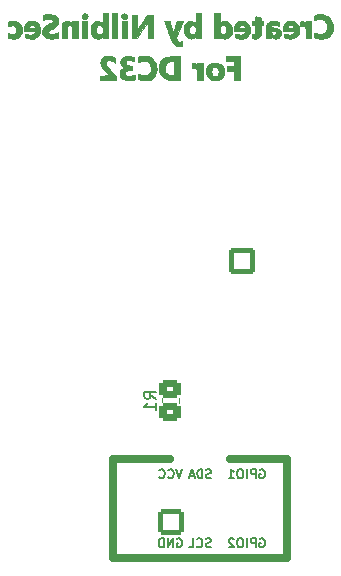
<source format=gbr>
%TF.GenerationSoftware,KiCad,Pcbnew,8.0.2*%
%TF.CreationDate,2024-05-14T21:00:48-05:00*%
%TF.ProjectId,AA Final edge cut repair,41412046-696e-4616-9c20-656467652063,rev?*%
%TF.SameCoordinates,Original*%
%TF.FileFunction,Legend,Bot*%
%TF.FilePolarity,Positive*%
%FSLAX46Y46*%
G04 Gerber Fmt 4.6, Leading zero omitted, Abs format (unit mm)*
G04 Created by KiCad (PCBNEW 8.0.2) date 2024-05-14 21:00:48*
%MOMM*%
%LPD*%
G01*
G04 APERTURE LIST*
G04 Aperture macros list*
%AMRoundRect*
0 Rectangle with rounded corners*
0 $1 Rounding radius*
0 $2 $3 $4 $5 $6 $7 $8 $9 X,Y pos of 4 corners*
0 Add a 4 corners polygon primitive as box body*
4,1,4,$2,$3,$4,$5,$6,$7,$8,$9,$2,$3,0*
0 Add four circle primitives for the rounded corners*
1,1,$1+$1,$2,$3*
1,1,$1+$1,$4,$5*
1,1,$1+$1,$6,$7*
1,1,$1+$1,$8,$9*
0 Add four rect primitives between the rounded corners*
20,1,$1+$1,$2,$3,$4,$5,0*
20,1,$1+$1,$4,$5,$6,$7,0*
20,1,$1+$1,$6,$7,$8,$9,0*
20,1,$1+$1,$8,$9,$2,$3,0*%
G04 Aperture macros list end*
%ADD10C,0.150000*%
%ADD11C,0.010000*%
%ADD12C,0.700000*%
%ADD13C,0.120000*%
%ADD14RoundRect,0.200000X-0.900000X-0.900000X0.900000X-0.900000X0.900000X0.900000X-0.900000X0.900000X0*%
%ADD15C,2.200000*%
%ADD16O,2.127200X2.127200*%
%ADD17RoundRect,0.200000X-0.863600X0.863600X-0.863600X-0.863600X0.863600X-0.863600X0.863600X0.863600X0*%
%ADD18C,2.127200*%
%ADD19RoundRect,0.333333X-0.566667X0.466667X-0.566667X-0.466667X0.566667X-0.466667X0.566667X0.466667X0*%
G04 APERTURE END LIST*
D10*
X48890713Y-73807850D02*
X48783571Y-73843564D01*
X48783571Y-73843564D02*
X48604999Y-73843564D01*
X48604999Y-73843564D02*
X48533571Y-73807850D01*
X48533571Y-73807850D02*
X48497856Y-73772135D01*
X48497856Y-73772135D02*
X48462142Y-73700707D01*
X48462142Y-73700707D02*
X48462142Y-73629278D01*
X48462142Y-73629278D02*
X48497856Y-73557850D01*
X48497856Y-73557850D02*
X48533571Y-73522135D01*
X48533571Y-73522135D02*
X48604999Y-73486421D01*
X48604999Y-73486421D02*
X48747856Y-73450707D01*
X48747856Y-73450707D02*
X48819285Y-73414992D01*
X48819285Y-73414992D02*
X48854999Y-73379278D01*
X48854999Y-73379278D02*
X48890713Y-73307850D01*
X48890713Y-73307850D02*
X48890713Y-73236421D01*
X48890713Y-73236421D02*
X48854999Y-73164992D01*
X48854999Y-73164992D02*
X48819285Y-73129278D01*
X48819285Y-73129278D02*
X48747856Y-73093564D01*
X48747856Y-73093564D02*
X48569285Y-73093564D01*
X48569285Y-73093564D02*
X48462142Y-73129278D01*
X48140713Y-73843564D02*
X48140713Y-73093564D01*
X48140713Y-73093564D02*
X47962142Y-73093564D01*
X47962142Y-73093564D02*
X47854999Y-73129278D01*
X47854999Y-73129278D02*
X47783570Y-73200707D01*
X47783570Y-73200707D02*
X47747856Y-73272135D01*
X47747856Y-73272135D02*
X47712142Y-73414992D01*
X47712142Y-73414992D02*
X47712142Y-73522135D01*
X47712142Y-73522135D02*
X47747856Y-73664992D01*
X47747856Y-73664992D02*
X47783570Y-73736421D01*
X47783570Y-73736421D02*
X47854999Y-73807850D01*
X47854999Y-73807850D02*
X47962142Y-73843564D01*
X47962142Y-73843564D02*
X48140713Y-73843564D01*
X47426427Y-73629278D02*
X47069285Y-73629278D01*
X47497856Y-73843564D02*
X47247856Y-73093564D01*
X47247856Y-73093564D02*
X46997856Y-73843564D01*
X53024142Y-73129278D02*
X53095571Y-73093564D01*
X53095571Y-73093564D02*
X53202713Y-73093564D01*
X53202713Y-73093564D02*
X53309856Y-73129278D01*
X53309856Y-73129278D02*
X53381285Y-73200707D01*
X53381285Y-73200707D02*
X53416999Y-73272135D01*
X53416999Y-73272135D02*
X53452713Y-73414992D01*
X53452713Y-73414992D02*
X53452713Y-73522135D01*
X53452713Y-73522135D02*
X53416999Y-73664992D01*
X53416999Y-73664992D02*
X53381285Y-73736421D01*
X53381285Y-73736421D02*
X53309856Y-73807850D01*
X53309856Y-73807850D02*
X53202713Y-73843564D01*
X53202713Y-73843564D02*
X53131285Y-73843564D01*
X53131285Y-73843564D02*
X53024142Y-73807850D01*
X53024142Y-73807850D02*
X52988428Y-73772135D01*
X52988428Y-73772135D02*
X52988428Y-73522135D01*
X52988428Y-73522135D02*
X53131285Y-73522135D01*
X52666999Y-73843564D02*
X52666999Y-73093564D01*
X52666999Y-73093564D02*
X52381285Y-73093564D01*
X52381285Y-73093564D02*
X52309856Y-73129278D01*
X52309856Y-73129278D02*
X52274142Y-73164992D01*
X52274142Y-73164992D02*
X52238428Y-73236421D01*
X52238428Y-73236421D02*
X52238428Y-73343564D01*
X52238428Y-73343564D02*
X52274142Y-73414992D01*
X52274142Y-73414992D02*
X52309856Y-73450707D01*
X52309856Y-73450707D02*
X52381285Y-73486421D01*
X52381285Y-73486421D02*
X52666999Y-73486421D01*
X51916999Y-73843564D02*
X51916999Y-73093564D01*
X51416999Y-73093564D02*
X51274142Y-73093564D01*
X51274142Y-73093564D02*
X51202713Y-73129278D01*
X51202713Y-73129278D02*
X51131285Y-73200707D01*
X51131285Y-73200707D02*
X51095570Y-73343564D01*
X51095570Y-73343564D02*
X51095570Y-73593564D01*
X51095570Y-73593564D02*
X51131285Y-73736421D01*
X51131285Y-73736421D02*
X51202713Y-73807850D01*
X51202713Y-73807850D02*
X51274142Y-73843564D01*
X51274142Y-73843564D02*
X51416999Y-73843564D01*
X51416999Y-73843564D02*
X51488428Y-73807850D01*
X51488428Y-73807850D02*
X51559856Y-73736421D01*
X51559856Y-73736421D02*
X51595570Y-73593564D01*
X51595570Y-73593564D02*
X51595570Y-73343564D01*
X51595570Y-73343564D02*
X51559856Y-73200707D01*
X51559856Y-73200707D02*
X51488428Y-73129278D01*
X51488428Y-73129278D02*
X51416999Y-73093564D01*
X50381285Y-73843564D02*
X50809856Y-73843564D01*
X50595571Y-73843564D02*
X50595571Y-73093564D01*
X50595571Y-73093564D02*
X50666999Y-73200707D01*
X50666999Y-73200707D02*
X50738428Y-73272135D01*
X50738428Y-73272135D02*
X50809856Y-73307850D01*
X48872856Y-79649850D02*
X48765714Y-79685564D01*
X48765714Y-79685564D02*
X48587142Y-79685564D01*
X48587142Y-79685564D02*
X48515714Y-79649850D01*
X48515714Y-79649850D02*
X48479999Y-79614135D01*
X48479999Y-79614135D02*
X48444285Y-79542707D01*
X48444285Y-79542707D02*
X48444285Y-79471278D01*
X48444285Y-79471278D02*
X48479999Y-79399850D01*
X48479999Y-79399850D02*
X48515714Y-79364135D01*
X48515714Y-79364135D02*
X48587142Y-79328421D01*
X48587142Y-79328421D02*
X48729999Y-79292707D01*
X48729999Y-79292707D02*
X48801428Y-79256992D01*
X48801428Y-79256992D02*
X48837142Y-79221278D01*
X48837142Y-79221278D02*
X48872856Y-79149850D01*
X48872856Y-79149850D02*
X48872856Y-79078421D01*
X48872856Y-79078421D02*
X48837142Y-79006992D01*
X48837142Y-79006992D02*
X48801428Y-78971278D01*
X48801428Y-78971278D02*
X48729999Y-78935564D01*
X48729999Y-78935564D02*
X48551428Y-78935564D01*
X48551428Y-78935564D02*
X48444285Y-78971278D01*
X47694285Y-79614135D02*
X47729999Y-79649850D01*
X47729999Y-79649850D02*
X47837142Y-79685564D01*
X47837142Y-79685564D02*
X47908570Y-79685564D01*
X47908570Y-79685564D02*
X48015713Y-79649850D01*
X48015713Y-79649850D02*
X48087142Y-79578421D01*
X48087142Y-79578421D02*
X48122856Y-79506992D01*
X48122856Y-79506992D02*
X48158570Y-79364135D01*
X48158570Y-79364135D02*
X48158570Y-79256992D01*
X48158570Y-79256992D02*
X48122856Y-79114135D01*
X48122856Y-79114135D02*
X48087142Y-79042707D01*
X48087142Y-79042707D02*
X48015713Y-78971278D01*
X48015713Y-78971278D02*
X47908570Y-78935564D01*
X47908570Y-78935564D02*
X47837142Y-78935564D01*
X47837142Y-78935564D02*
X47729999Y-78971278D01*
X47729999Y-78971278D02*
X47694285Y-79006992D01*
X47015713Y-79685564D02*
X47372856Y-79685564D01*
X47372856Y-79685564D02*
X47372856Y-78935564D01*
X46011428Y-78971278D02*
X46082857Y-78935564D01*
X46082857Y-78935564D02*
X46189999Y-78935564D01*
X46189999Y-78935564D02*
X46297142Y-78971278D01*
X46297142Y-78971278D02*
X46368571Y-79042707D01*
X46368571Y-79042707D02*
X46404285Y-79114135D01*
X46404285Y-79114135D02*
X46439999Y-79256992D01*
X46439999Y-79256992D02*
X46439999Y-79364135D01*
X46439999Y-79364135D02*
X46404285Y-79506992D01*
X46404285Y-79506992D02*
X46368571Y-79578421D01*
X46368571Y-79578421D02*
X46297142Y-79649850D01*
X46297142Y-79649850D02*
X46189999Y-79685564D01*
X46189999Y-79685564D02*
X46118571Y-79685564D01*
X46118571Y-79685564D02*
X46011428Y-79649850D01*
X46011428Y-79649850D02*
X45975714Y-79614135D01*
X45975714Y-79614135D02*
X45975714Y-79364135D01*
X45975714Y-79364135D02*
X46118571Y-79364135D01*
X45654285Y-79685564D02*
X45654285Y-78935564D01*
X45654285Y-78935564D02*
X45225714Y-79685564D01*
X45225714Y-79685564D02*
X45225714Y-78935564D01*
X44868571Y-79685564D02*
X44868571Y-78935564D01*
X44868571Y-78935564D02*
X44690000Y-78935564D01*
X44690000Y-78935564D02*
X44582857Y-78971278D01*
X44582857Y-78971278D02*
X44511428Y-79042707D01*
X44511428Y-79042707D02*
X44475714Y-79114135D01*
X44475714Y-79114135D02*
X44440000Y-79256992D01*
X44440000Y-79256992D02*
X44440000Y-79364135D01*
X44440000Y-79364135D02*
X44475714Y-79506992D01*
X44475714Y-79506992D02*
X44511428Y-79578421D01*
X44511428Y-79578421D02*
X44582857Y-79649850D01*
X44582857Y-79649850D02*
X44690000Y-79685564D01*
X44690000Y-79685564D02*
X44868571Y-79685564D01*
X46439999Y-73093564D02*
X46189999Y-73843564D01*
X46189999Y-73843564D02*
X45939999Y-73093564D01*
X45261428Y-73772135D02*
X45297142Y-73807850D01*
X45297142Y-73807850D02*
X45404285Y-73843564D01*
X45404285Y-73843564D02*
X45475713Y-73843564D01*
X45475713Y-73843564D02*
X45582856Y-73807850D01*
X45582856Y-73807850D02*
X45654285Y-73736421D01*
X45654285Y-73736421D02*
X45689999Y-73664992D01*
X45689999Y-73664992D02*
X45725713Y-73522135D01*
X45725713Y-73522135D02*
X45725713Y-73414992D01*
X45725713Y-73414992D02*
X45689999Y-73272135D01*
X45689999Y-73272135D02*
X45654285Y-73200707D01*
X45654285Y-73200707D02*
X45582856Y-73129278D01*
X45582856Y-73129278D02*
X45475713Y-73093564D01*
X45475713Y-73093564D02*
X45404285Y-73093564D01*
X45404285Y-73093564D02*
X45297142Y-73129278D01*
X45297142Y-73129278D02*
X45261428Y-73164992D01*
X44511428Y-73772135D02*
X44547142Y-73807850D01*
X44547142Y-73807850D02*
X44654285Y-73843564D01*
X44654285Y-73843564D02*
X44725713Y-73843564D01*
X44725713Y-73843564D02*
X44832856Y-73807850D01*
X44832856Y-73807850D02*
X44904285Y-73736421D01*
X44904285Y-73736421D02*
X44939999Y-73664992D01*
X44939999Y-73664992D02*
X44975713Y-73522135D01*
X44975713Y-73522135D02*
X44975713Y-73414992D01*
X44975713Y-73414992D02*
X44939999Y-73272135D01*
X44939999Y-73272135D02*
X44904285Y-73200707D01*
X44904285Y-73200707D02*
X44832856Y-73129278D01*
X44832856Y-73129278D02*
X44725713Y-73093564D01*
X44725713Y-73093564D02*
X44654285Y-73093564D01*
X44654285Y-73093564D02*
X44547142Y-73129278D01*
X44547142Y-73129278D02*
X44511428Y-73164992D01*
X53024142Y-78971278D02*
X53095571Y-78935564D01*
X53095571Y-78935564D02*
X53202713Y-78935564D01*
X53202713Y-78935564D02*
X53309856Y-78971278D01*
X53309856Y-78971278D02*
X53381285Y-79042707D01*
X53381285Y-79042707D02*
X53416999Y-79114135D01*
X53416999Y-79114135D02*
X53452713Y-79256992D01*
X53452713Y-79256992D02*
X53452713Y-79364135D01*
X53452713Y-79364135D02*
X53416999Y-79506992D01*
X53416999Y-79506992D02*
X53381285Y-79578421D01*
X53381285Y-79578421D02*
X53309856Y-79649850D01*
X53309856Y-79649850D02*
X53202713Y-79685564D01*
X53202713Y-79685564D02*
X53131285Y-79685564D01*
X53131285Y-79685564D02*
X53024142Y-79649850D01*
X53024142Y-79649850D02*
X52988428Y-79614135D01*
X52988428Y-79614135D02*
X52988428Y-79364135D01*
X52988428Y-79364135D02*
X53131285Y-79364135D01*
X52666999Y-79685564D02*
X52666999Y-78935564D01*
X52666999Y-78935564D02*
X52381285Y-78935564D01*
X52381285Y-78935564D02*
X52309856Y-78971278D01*
X52309856Y-78971278D02*
X52274142Y-79006992D01*
X52274142Y-79006992D02*
X52238428Y-79078421D01*
X52238428Y-79078421D02*
X52238428Y-79185564D01*
X52238428Y-79185564D02*
X52274142Y-79256992D01*
X52274142Y-79256992D02*
X52309856Y-79292707D01*
X52309856Y-79292707D02*
X52381285Y-79328421D01*
X52381285Y-79328421D02*
X52666999Y-79328421D01*
X51916999Y-79685564D02*
X51916999Y-78935564D01*
X51416999Y-78935564D02*
X51274142Y-78935564D01*
X51274142Y-78935564D02*
X51202713Y-78971278D01*
X51202713Y-78971278D02*
X51131285Y-79042707D01*
X51131285Y-79042707D02*
X51095570Y-79185564D01*
X51095570Y-79185564D02*
X51095570Y-79435564D01*
X51095570Y-79435564D02*
X51131285Y-79578421D01*
X51131285Y-79578421D02*
X51202713Y-79649850D01*
X51202713Y-79649850D02*
X51274142Y-79685564D01*
X51274142Y-79685564D02*
X51416999Y-79685564D01*
X51416999Y-79685564D02*
X51488428Y-79649850D01*
X51488428Y-79649850D02*
X51559856Y-79578421D01*
X51559856Y-79578421D02*
X51595570Y-79435564D01*
X51595570Y-79435564D02*
X51595570Y-79185564D01*
X51595570Y-79185564D02*
X51559856Y-79042707D01*
X51559856Y-79042707D02*
X51488428Y-78971278D01*
X51488428Y-78971278D02*
X51416999Y-78935564D01*
X50809856Y-79006992D02*
X50774142Y-78971278D01*
X50774142Y-78971278D02*
X50702714Y-78935564D01*
X50702714Y-78935564D02*
X50524142Y-78935564D01*
X50524142Y-78935564D02*
X50452714Y-78971278D01*
X50452714Y-78971278D02*
X50416999Y-79006992D01*
X50416999Y-79006992D02*
X50381285Y-79078421D01*
X50381285Y-79078421D02*
X50381285Y-79149850D01*
X50381285Y-79149850D02*
X50416999Y-79256992D01*
X50416999Y-79256992D02*
X50845571Y-79685564D01*
X50845571Y-79685564D02*
X50381285Y-79685564D01*
X44234819Y-67113333D02*
X43758628Y-66780000D01*
X44234819Y-66541905D02*
X43234819Y-66541905D01*
X43234819Y-66541905D02*
X43234819Y-66922857D01*
X43234819Y-66922857D02*
X43282438Y-67018095D01*
X43282438Y-67018095D02*
X43330057Y-67065714D01*
X43330057Y-67065714D02*
X43425295Y-67113333D01*
X43425295Y-67113333D02*
X43568152Y-67113333D01*
X43568152Y-67113333D02*
X43663390Y-67065714D01*
X43663390Y-67065714D02*
X43711009Y-67018095D01*
X43711009Y-67018095D02*
X43758628Y-66922857D01*
X43758628Y-66922857D02*
X43758628Y-66541905D01*
X44234819Y-68065714D02*
X44234819Y-67494286D01*
X44234819Y-67780000D02*
X43234819Y-67780000D01*
X43234819Y-67780000D02*
X43377676Y-67684762D01*
X43377676Y-67684762D02*
X43472914Y-67589524D01*
X43472914Y-67589524D02*
X43520533Y-67494286D01*
D11*
%TO.C,G\u002A\u002A\u002A*%
X38420778Y-36599075D02*
X37955111Y-36599075D01*
X37955111Y-35159742D01*
X38420778Y-35159742D01*
X38420778Y-36599075D01*
G36*
X38420778Y-36599075D02*
G01*
X37955111Y-36599075D01*
X37955111Y-35159742D01*
X38420778Y-35159742D01*
X38420778Y-36599075D01*
G37*
X40960778Y-36599075D02*
X40516278Y-36599075D01*
X40516278Y-34482409D01*
X40960778Y-34482409D01*
X40960778Y-36599075D01*
G36*
X40960778Y-36599075D02*
G01*
X40516278Y-36599075D01*
X40516278Y-34482409D01*
X40960778Y-34482409D01*
X40960778Y-36599075D01*
G37*
X41765111Y-36599075D02*
X41320611Y-36599075D01*
X41320611Y-35159742D01*
X41765111Y-35159742D01*
X41765111Y-36599075D01*
G36*
X41765111Y-36599075D02*
G01*
X41320611Y-36599075D01*
X41320611Y-35159742D01*
X41765111Y-35159742D01*
X41765111Y-36599075D01*
G37*
X51332445Y-40133909D02*
X50866778Y-40133909D01*
X50866778Y-39350742D01*
X50231778Y-39350742D01*
X50231778Y-38969742D01*
X50866778Y-38969742D01*
X50866778Y-38504075D01*
X50168278Y-38504075D01*
X50168278Y-38123075D01*
X51332445Y-38123075D01*
X51332445Y-40133909D01*
G36*
X51332445Y-40133909D02*
G01*
X50866778Y-40133909D01*
X50866778Y-39350742D01*
X50231778Y-39350742D01*
X50231778Y-38969742D01*
X50866778Y-38969742D01*
X50866778Y-38504075D01*
X50168278Y-38504075D01*
X50168278Y-38123075D01*
X51332445Y-38123075D01*
X51332445Y-40133909D01*
G37*
X43966445Y-36599075D02*
X43522531Y-36599075D01*
X43516946Y-35924432D01*
X43511361Y-35249790D01*
X43069712Y-35924432D01*
X42628063Y-36599075D01*
X42167278Y-36599075D01*
X42167278Y-34609409D01*
X42590008Y-34609409D01*
X42595601Y-35266265D01*
X42601195Y-35923121D01*
X43025059Y-35271556D01*
X43448924Y-34619992D01*
X43707684Y-34614049D01*
X43966445Y-34608106D01*
X43966445Y-36599075D01*
G36*
X43966445Y-36599075D02*
G01*
X43522531Y-36599075D01*
X43516946Y-35924432D01*
X43511361Y-35249790D01*
X43069712Y-35924432D01*
X42628063Y-36599075D01*
X42167278Y-36599075D01*
X42167278Y-34609409D01*
X42590008Y-34609409D01*
X42595601Y-35266265D01*
X42601195Y-35923121D01*
X43025059Y-35271556D01*
X43448924Y-34619992D01*
X43707684Y-34614049D01*
X43966445Y-34608106D01*
X43966445Y-36599075D01*
G37*
X38295925Y-34519187D02*
X38375928Y-34564325D01*
X38425398Y-34636441D01*
X38441474Y-34726407D01*
X38424841Y-34823429D01*
X38373462Y-34896319D01*
X38302275Y-34939728D01*
X38208345Y-34965750D01*
X38120423Y-34957491D01*
X38068952Y-34938827D01*
X38011433Y-34903496D01*
X37968410Y-34860862D01*
X37943163Y-34797307D01*
X37934678Y-34716042D01*
X37944039Y-34638679D01*
X37955739Y-34608236D01*
X38004355Y-34557181D01*
X38081172Y-34520416D01*
X38172880Y-34503931D01*
X38188285Y-34503575D01*
X38295925Y-34519187D01*
G36*
X38295925Y-34519187D02*
G01*
X38375928Y-34564325D01*
X38425398Y-34636441D01*
X38441474Y-34726407D01*
X38424841Y-34823429D01*
X38373462Y-34896319D01*
X38302275Y-34939728D01*
X38208345Y-34965750D01*
X38120423Y-34957491D01*
X38068952Y-34938827D01*
X38011433Y-34903496D01*
X37968410Y-34860862D01*
X37943163Y-34797307D01*
X37934678Y-34716042D01*
X37944039Y-34638679D01*
X37955739Y-34608236D01*
X38004355Y-34557181D01*
X38081172Y-34520416D01*
X38172880Y-34503931D01*
X38188285Y-34503575D01*
X38295925Y-34519187D01*
G37*
X41616085Y-34507230D02*
X41668324Y-34522276D01*
X41715694Y-34554834D01*
X41727736Y-34565339D01*
X41773258Y-34613570D01*
X41793041Y-34662777D01*
X41796861Y-34721867D01*
X41781529Y-34815514D01*
X41733126Y-34886076D01*
X41648042Y-34938717D01*
X41644083Y-34940413D01*
X41552042Y-34966124D01*
X41466722Y-34957047D01*
X41409471Y-34933834D01*
X41334710Y-34874743D01*
X41289446Y-34790183D01*
X41278278Y-34714176D01*
X41292516Y-34651250D01*
X41339274Y-34586833D01*
X41350245Y-34575542D01*
X41397457Y-34533134D01*
X41440912Y-34511659D01*
X41498874Y-34504204D01*
X41540411Y-34503575D01*
X41616085Y-34507230D01*
G36*
X41616085Y-34507230D02*
G01*
X41668324Y-34522276D01*
X41715694Y-34554834D01*
X41727736Y-34565339D01*
X41773258Y-34613570D01*
X41793041Y-34662777D01*
X41796861Y-34721867D01*
X41781529Y-34815514D01*
X41733126Y-34886076D01*
X41648042Y-34938717D01*
X41644083Y-34940413D01*
X41552042Y-34966124D01*
X41466722Y-34957047D01*
X41409471Y-34933834D01*
X41334710Y-34874743D01*
X41289446Y-34790183D01*
X41278278Y-34714176D01*
X41292516Y-34651250D01*
X41339274Y-34586833D01*
X41350245Y-34575542D01*
X41397457Y-34533134D01*
X41440912Y-34511659D01*
X41498874Y-34504204D01*
X41540411Y-34503575D01*
X41616085Y-34507230D01*
G37*
X47479841Y-38688778D02*
X47584894Y-38738842D01*
X47672332Y-38827312D01*
X47673071Y-38828330D01*
X47734111Y-38912593D01*
X47734111Y-38694575D01*
X48178611Y-38694575D01*
X48178611Y-40133909D01*
X47734111Y-40133909D01*
X47733993Y-39758200D01*
X47732648Y-39629085D01*
X47728995Y-39509198D01*
X47723481Y-39407348D01*
X47716553Y-39332347D01*
X47710645Y-39298818D01*
X47680385Y-39230994D01*
X47632643Y-39162089D01*
X47614834Y-39142565D01*
X47575059Y-39104747D01*
X47541701Y-39083889D01*
X47500932Y-39076109D01*
X47438928Y-39077528D01*
X47394033Y-39080589D01*
X47245812Y-39091194D01*
X47251836Y-38887593D01*
X47257861Y-38683992D01*
X47358079Y-38677554D01*
X47479841Y-38688778D01*
G36*
X47479841Y-38688778D02*
G01*
X47584894Y-38738842D01*
X47672332Y-38827312D01*
X47673071Y-38828330D01*
X47734111Y-38912593D01*
X47734111Y-38694575D01*
X48178611Y-38694575D01*
X48178611Y-40133909D01*
X47734111Y-40133909D01*
X47733993Y-39758200D01*
X47732648Y-39629085D01*
X47728995Y-39509198D01*
X47723481Y-39407348D01*
X47716553Y-39332347D01*
X47710645Y-39298818D01*
X47680385Y-39230994D01*
X47632643Y-39162089D01*
X47614834Y-39142565D01*
X47575059Y-39104747D01*
X47541701Y-39083889D01*
X47500932Y-39076109D01*
X47438928Y-39077528D01*
X47394033Y-39080589D01*
X47245812Y-39091194D01*
X47251836Y-38887593D01*
X47257861Y-38683992D01*
X47358079Y-38677554D01*
X47479841Y-38688778D01*
G37*
X56558753Y-35140769D02*
X56615518Y-35148350D01*
X56720786Y-35184404D01*
X56815760Y-35255720D01*
X56881013Y-35338756D01*
X56920286Y-35403159D01*
X56920365Y-35281450D01*
X56920445Y-35159742D01*
X57364945Y-35159742D01*
X57364945Y-36599075D01*
X56924340Y-36599075D01*
X56916830Y-36191617D01*
X56913606Y-36044957D01*
X56909640Y-35933904D01*
X56904275Y-35851731D01*
X56896851Y-35791711D01*
X56886712Y-35747119D01*
X56873199Y-35711226D01*
X56868951Y-35702285D01*
X56804833Y-35616225D01*
X56717149Y-35560967D01*
X56614375Y-35539646D01*
X56504984Y-35555395D01*
X56487906Y-35561385D01*
X56433611Y-35582027D01*
X56433611Y-35372311D01*
X56435237Y-35266358D01*
X56443495Y-35196469D01*
X56463455Y-35156402D01*
X56500184Y-35139915D01*
X56558753Y-35140769D01*
G36*
X56558753Y-35140769D02*
G01*
X56615518Y-35148350D01*
X56720786Y-35184404D01*
X56815760Y-35255720D01*
X56881013Y-35338756D01*
X56920286Y-35403159D01*
X56920365Y-35281450D01*
X56920445Y-35159742D01*
X57364945Y-35159742D01*
X57364945Y-36599075D01*
X56924340Y-36599075D01*
X56916830Y-36191617D01*
X56913606Y-36044957D01*
X56909640Y-35933904D01*
X56904275Y-35851731D01*
X56896851Y-35791711D01*
X56886712Y-35747119D01*
X56873199Y-35711226D01*
X56868951Y-35702285D01*
X56804833Y-35616225D01*
X56717149Y-35560967D01*
X56614375Y-35539646D01*
X56504984Y-35555395D01*
X56487906Y-35561385D01*
X56433611Y-35582027D01*
X56433611Y-35372311D01*
X56435237Y-35266358D01*
X56443495Y-35196469D01*
X56463455Y-35156402D01*
X56500184Y-35139915D01*
X56558753Y-35140769D01*
G37*
X40326973Y-38111879D02*
X40471060Y-38142129D01*
X40619673Y-38197850D01*
X40627403Y-38201294D01*
X40749111Y-38255856D01*
X40749111Y-38675563D01*
X40680320Y-38623987D01*
X40555283Y-38545635D01*
X40428408Y-38493846D01*
X40306003Y-38469079D01*
X40194377Y-38471792D01*
X40099840Y-38502446D01*
X40028700Y-38561500D01*
X40018471Y-38575783D01*
X39993368Y-38641682D01*
X39983866Y-38731418D01*
X39983873Y-38737683D01*
X39986337Y-38789854D01*
X39994718Y-38838804D01*
X40011777Y-38888075D01*
X40040275Y-38941213D01*
X40082973Y-39001760D01*
X40142632Y-39073261D01*
X40222013Y-39159259D01*
X40323878Y-39263297D01*
X40450987Y-39388920D01*
X40606102Y-39539671D01*
X40616820Y-39550037D01*
X40854945Y-39780309D01*
X40854945Y-40133909D01*
X39521445Y-40133909D01*
X39521445Y-39753823D01*
X40319409Y-39742325D01*
X40079946Y-39530659D01*
X39917946Y-39382283D01*
X39788812Y-39251264D01*
X39689354Y-39132775D01*
X39616381Y-39021990D01*
X39566704Y-38914083D01*
X39537131Y-38804229D01*
X39524609Y-38690654D01*
X39522771Y-38597296D01*
X39529511Y-38527988D01*
X39547765Y-38464822D01*
X39570339Y-38411663D01*
X39646885Y-38293180D01*
X39754461Y-38202371D01*
X39891284Y-38140163D01*
X40055572Y-38107481D01*
X40165578Y-38102426D01*
X40326973Y-38111879D01*
G36*
X40326973Y-38111879D02*
G01*
X40471060Y-38142129D01*
X40619673Y-38197850D01*
X40627403Y-38201294D01*
X40749111Y-38255856D01*
X40749111Y-38675563D01*
X40680320Y-38623987D01*
X40555283Y-38545635D01*
X40428408Y-38493846D01*
X40306003Y-38469079D01*
X40194377Y-38471792D01*
X40099840Y-38502446D01*
X40028700Y-38561500D01*
X40018471Y-38575783D01*
X39993368Y-38641682D01*
X39983866Y-38731418D01*
X39983873Y-38737683D01*
X39986337Y-38789854D01*
X39994718Y-38838804D01*
X40011777Y-38888075D01*
X40040275Y-38941213D01*
X40082973Y-39001760D01*
X40142632Y-39073261D01*
X40222013Y-39159259D01*
X40323878Y-39263297D01*
X40450987Y-39388920D01*
X40606102Y-39539671D01*
X40616820Y-39550037D01*
X40854945Y-39780309D01*
X40854945Y-40133909D01*
X39521445Y-40133909D01*
X39521445Y-39753823D01*
X40319409Y-39742325D01*
X40079946Y-39530659D01*
X39917946Y-39382283D01*
X39788812Y-39251264D01*
X39689354Y-39132775D01*
X39616381Y-39021990D01*
X39566704Y-38914083D01*
X39537131Y-38804229D01*
X39524609Y-38690654D01*
X39522771Y-38597296D01*
X39529511Y-38527988D01*
X39547765Y-38464822D01*
X39570339Y-38411663D01*
X39646885Y-38293180D01*
X39754461Y-38202371D01*
X39891284Y-38140163D01*
X40055572Y-38107481D01*
X40165578Y-38102426D01*
X40326973Y-38111879D01*
G37*
X36833820Y-35146468D02*
X36894562Y-35165418D01*
X36949503Y-35190471D01*
X37020291Y-35230680D01*
X37080645Y-35274574D01*
X37107938Y-35301489D01*
X37150778Y-35355951D01*
X37150778Y-35159742D01*
X37616445Y-35159742D01*
X37616445Y-36599075D01*
X37150778Y-36599075D01*
X37150699Y-36138700D01*
X37150380Y-35985605D01*
X37149170Y-35868790D01*
X37146595Y-35782203D01*
X37142183Y-35719794D01*
X37135462Y-35675512D01*
X37125960Y-35643304D01*
X37113204Y-35617121D01*
X37109498Y-35610884D01*
X37044982Y-35535751D01*
X36964648Y-35498764D01*
X36921810Y-35493882D01*
X36833914Y-35502830D01*
X36772173Y-35539669D01*
X36726456Y-35610488D01*
X36725959Y-35611579D01*
X36712425Y-35645798D01*
X36702281Y-35684944D01*
X36695045Y-35735430D01*
X36690236Y-35803670D01*
X36687373Y-35896078D01*
X36685972Y-36019067D01*
X36685576Y-36149284D01*
X36685111Y-36599075D01*
X36238086Y-36599075D01*
X36244640Y-36032867D01*
X36246749Y-35862704D01*
X36248985Y-35729252D01*
X36251826Y-35626887D01*
X36255749Y-35549989D01*
X36261232Y-35492935D01*
X36268753Y-35450103D01*
X36278788Y-35415871D01*
X36291816Y-35384618D01*
X36301384Y-35364720D01*
X36366505Y-35264846D01*
X36450801Y-35196644D01*
X36560352Y-35156517D01*
X36678226Y-35141778D01*
X36767827Y-35139686D01*
X36833820Y-35146468D01*
G36*
X36833820Y-35146468D02*
G01*
X36894562Y-35165418D01*
X36949503Y-35190471D01*
X37020291Y-35230680D01*
X37080645Y-35274574D01*
X37107938Y-35301489D01*
X37150778Y-35355951D01*
X37150778Y-35159742D01*
X37616445Y-35159742D01*
X37616445Y-36599075D01*
X37150778Y-36599075D01*
X37150699Y-36138700D01*
X37150380Y-35985605D01*
X37149170Y-35868790D01*
X37146595Y-35782203D01*
X37142183Y-35719794D01*
X37135462Y-35675512D01*
X37125960Y-35643304D01*
X37113204Y-35617121D01*
X37109498Y-35610884D01*
X37044982Y-35535751D01*
X36964648Y-35498764D01*
X36921810Y-35493882D01*
X36833914Y-35502830D01*
X36772173Y-35539669D01*
X36726456Y-35610488D01*
X36725959Y-35611579D01*
X36712425Y-35645798D01*
X36702281Y-35684944D01*
X36695045Y-35735430D01*
X36690236Y-35803670D01*
X36687373Y-35896078D01*
X36685972Y-36019067D01*
X36685576Y-36149284D01*
X36685111Y-36599075D01*
X36238086Y-36599075D01*
X36244640Y-36032867D01*
X36246749Y-35862704D01*
X36248985Y-35729252D01*
X36251826Y-35626887D01*
X36255749Y-35549989D01*
X36261232Y-35492935D01*
X36268753Y-35450103D01*
X36278788Y-35415871D01*
X36291816Y-35384618D01*
X36301384Y-35364720D01*
X36366505Y-35264846D01*
X36450801Y-35196644D01*
X36560352Y-35156517D01*
X36678226Y-35141778D01*
X36767827Y-35139686D01*
X36833820Y-35146468D01*
G37*
X46231278Y-40133909D02*
X45844986Y-40131133D01*
X45711803Y-40129385D01*
X45584563Y-40126276D01*
X45472860Y-40122148D01*
X45386284Y-40117342D01*
X45341807Y-40113269D01*
X45137744Y-40068181D01*
X44954988Y-39989619D01*
X44796914Y-39879919D01*
X44666893Y-39741416D01*
X44569181Y-39578353D01*
X44519679Y-39450543D01*
X44489764Y-39317610D01*
X44477524Y-39167449D01*
X44478410Y-39107254D01*
X44961278Y-39107254D01*
X44977732Y-39280179D01*
X45027382Y-39427553D01*
X45110658Y-39550633D01*
X45115055Y-39555460D01*
X45199429Y-39635235D01*
X45287617Y-39690946D01*
X45389530Y-39726326D01*
X45515079Y-39745106D01*
X45633320Y-39750589D01*
X45765611Y-39752909D01*
X45765611Y-38497736D01*
X45569820Y-38511616D01*
X45387675Y-38539426D01*
X45237634Y-38594664D01*
X45119846Y-38677184D01*
X45034460Y-38786840D01*
X44981625Y-38923487D01*
X44961490Y-39086978D01*
X44961278Y-39107254D01*
X44478410Y-39107254D01*
X44479807Y-39012471D01*
X44495290Y-38842613D01*
X44526618Y-38703123D01*
X44577501Y-38583810D01*
X44651651Y-38474483D01*
X44693391Y-38426056D01*
X44769291Y-38349853D01*
X44847295Y-38288000D01*
X44932890Y-38238939D01*
X45031563Y-38201111D01*
X45148802Y-38172959D01*
X45290095Y-38152924D01*
X45460929Y-38139447D01*
X45666790Y-38130972D01*
X45739153Y-38129103D01*
X46231278Y-38117746D01*
X46231278Y-40133909D01*
G36*
X46231278Y-40133909D02*
G01*
X45844986Y-40131133D01*
X45711803Y-40129385D01*
X45584563Y-40126276D01*
X45472860Y-40122148D01*
X45386284Y-40117342D01*
X45341807Y-40113269D01*
X45137744Y-40068181D01*
X44954988Y-39989619D01*
X44796914Y-39879919D01*
X44666893Y-39741416D01*
X44569181Y-39578353D01*
X44519679Y-39450543D01*
X44489764Y-39317610D01*
X44477524Y-39167449D01*
X44478410Y-39107254D01*
X44961278Y-39107254D01*
X44977732Y-39280179D01*
X45027382Y-39427553D01*
X45110658Y-39550633D01*
X45115055Y-39555460D01*
X45199429Y-39635235D01*
X45287617Y-39690946D01*
X45389530Y-39726326D01*
X45515079Y-39745106D01*
X45633320Y-39750589D01*
X45765611Y-39752909D01*
X45765611Y-38497736D01*
X45569820Y-38511616D01*
X45387675Y-38539426D01*
X45237634Y-38594664D01*
X45119846Y-38677184D01*
X45034460Y-38786840D01*
X44981625Y-38923487D01*
X44961490Y-39086978D01*
X44961278Y-39107254D01*
X44478410Y-39107254D01*
X44479807Y-39012471D01*
X44495290Y-38842613D01*
X44526618Y-38703123D01*
X44577501Y-38583810D01*
X44651651Y-38474483D01*
X44693391Y-38426056D01*
X44769291Y-38349853D01*
X44847295Y-38288000D01*
X44932890Y-38238939D01*
X45031563Y-38201111D01*
X45148802Y-38172959D01*
X45290095Y-38152924D01*
X45460929Y-38139447D01*
X45666790Y-38130972D01*
X45739153Y-38129103D01*
X46231278Y-38117746D01*
X46231278Y-40133909D01*
G37*
X52728585Y-34756279D02*
X52804993Y-34777529D01*
X52909361Y-34808433D01*
X53078695Y-34857276D01*
X53084913Y-35008509D01*
X53091132Y-35159742D01*
X53322111Y-35159742D01*
X53322111Y-35498409D01*
X53089278Y-35498409D01*
X53088813Y-35905867D01*
X53088150Y-36052177D01*
X53086177Y-36162957D01*
X53082348Y-36245002D01*
X53076117Y-36305109D01*
X53066938Y-36350072D01*
X53054265Y-36386689D01*
X53049272Y-36397992D01*
X52983222Y-36502095D01*
X52898001Y-36574891D01*
X52855067Y-36595653D01*
X52772283Y-36616213D01*
X52666711Y-36627751D01*
X52557175Y-36629047D01*
X52471217Y-36620531D01*
X52407564Y-36607302D01*
X52360816Y-36594101D01*
X52349509Y-36589150D01*
X52338805Y-36562452D01*
X52331020Y-36503735D01*
X52327395Y-36423280D01*
X52327278Y-36405061D01*
X52328122Y-36320930D01*
X52331860Y-36271555D01*
X52340296Y-36249374D01*
X52355238Y-36246822D01*
X52364320Y-36249962D01*
X52462629Y-36277427D01*
X52539176Y-36269252D01*
X52595562Y-36225101D01*
X52612643Y-36197653D01*
X52626175Y-36160240D01*
X52635590Y-36104639D01*
X52641440Y-36024285D01*
X52644282Y-35912614D01*
X52644778Y-35816960D01*
X52644778Y-35498409D01*
X52327278Y-35498409D01*
X52327278Y-35159742D01*
X52644778Y-35159742D01*
X52644778Y-34947672D01*
X52643738Y-34858150D01*
X52645010Y-34797716D01*
X52655182Y-34762905D01*
X52680845Y-34750248D01*
X52728585Y-34756279D01*
G36*
X52728585Y-34756279D02*
G01*
X52804993Y-34777529D01*
X52909361Y-34808433D01*
X53078695Y-34857276D01*
X53084913Y-35008509D01*
X53091132Y-35159742D01*
X53322111Y-35159742D01*
X53322111Y-35498409D01*
X53089278Y-35498409D01*
X53088813Y-35905867D01*
X53088150Y-36052177D01*
X53086177Y-36162957D01*
X53082348Y-36245002D01*
X53076117Y-36305109D01*
X53066938Y-36350072D01*
X53054265Y-36386689D01*
X53049272Y-36397992D01*
X52983222Y-36502095D01*
X52898001Y-36574891D01*
X52855067Y-36595653D01*
X52772283Y-36616213D01*
X52666711Y-36627751D01*
X52557175Y-36629047D01*
X52471217Y-36620531D01*
X52407564Y-36607302D01*
X52360816Y-36594101D01*
X52349509Y-36589150D01*
X52338805Y-36562452D01*
X52331020Y-36503735D01*
X52327395Y-36423280D01*
X52327278Y-36405061D01*
X52328122Y-36320930D01*
X52331860Y-36271555D01*
X52340296Y-36249374D01*
X52355238Y-36246822D01*
X52364320Y-36249962D01*
X52462629Y-36277427D01*
X52539176Y-36269252D01*
X52595562Y-36225101D01*
X52612643Y-36197653D01*
X52626175Y-36160240D01*
X52635590Y-36104639D01*
X52641440Y-36024285D01*
X52644282Y-35912614D01*
X52644778Y-35816960D01*
X52644778Y-35498409D01*
X52327278Y-35498409D01*
X52327278Y-35159742D01*
X52644778Y-35159742D01*
X52644778Y-34947672D01*
X52643738Y-34858150D01*
X52645010Y-34797716D01*
X52655182Y-34762905D01*
X52680845Y-34750248D01*
X52728585Y-34756279D01*
G37*
X49400986Y-34486984D02*
X49628528Y-34492992D01*
X49639111Y-34892150D01*
X49649695Y-35291308D01*
X49692028Y-35243770D01*
X49767049Y-35185322D01*
X49868939Y-35150866D01*
X50002537Y-35138825D01*
X50014140Y-35138782D01*
X50175366Y-35157712D01*
X50316447Y-35212316D01*
X50435449Y-35300047D01*
X50530434Y-35418362D01*
X50599466Y-35564714D01*
X50640609Y-35736561D01*
X50651927Y-35931356D01*
X50650334Y-35974928D01*
X50626239Y-36161950D01*
X50574993Y-36316802D01*
X50496293Y-36440044D01*
X50389837Y-36532236D01*
X50332495Y-36563883D01*
X50177753Y-36616640D01*
X50023191Y-36629453D01*
X49941721Y-36619421D01*
X49836459Y-36589820D01*
X49752287Y-36543219D01*
X49697320Y-36497279D01*
X49639111Y-36442988D01*
X49639111Y-36599075D01*
X49173445Y-36599075D01*
X49173445Y-35855593D01*
X49615855Y-35855593D01*
X49627323Y-35983368D01*
X49661980Y-36093461D01*
X49716575Y-36181551D01*
X49787859Y-36243314D01*
X49872582Y-36274428D01*
X49967493Y-36270568D01*
X50031852Y-36247857D01*
X50109772Y-36188174D01*
X50160795Y-36095993D01*
X50184809Y-35971599D01*
X50185176Y-35859875D01*
X50168194Y-35726270D01*
X50133109Y-35626996D01*
X50077228Y-35556957D01*
X50001827Y-35512615D01*
X49901629Y-35493184D01*
X49804995Y-35510782D01*
X49721012Y-35560464D01*
X49658766Y-35637288D01*
X49630826Y-35714461D01*
X49615855Y-35855593D01*
X49173445Y-35855593D01*
X49173445Y-34480976D01*
X49400986Y-34486984D01*
G36*
X49400986Y-34486984D02*
G01*
X49628528Y-34492992D01*
X49639111Y-34892150D01*
X49649695Y-35291308D01*
X49692028Y-35243770D01*
X49767049Y-35185322D01*
X49868939Y-35150866D01*
X50002537Y-35138825D01*
X50014140Y-35138782D01*
X50175366Y-35157712D01*
X50316447Y-35212316D01*
X50435449Y-35300047D01*
X50530434Y-35418362D01*
X50599466Y-35564714D01*
X50640609Y-35736561D01*
X50651927Y-35931356D01*
X50650334Y-35974928D01*
X50626239Y-36161950D01*
X50574993Y-36316802D01*
X50496293Y-36440044D01*
X50389837Y-36532236D01*
X50332495Y-36563883D01*
X50177753Y-36616640D01*
X50023191Y-36629453D01*
X49941721Y-36619421D01*
X49836459Y-36589820D01*
X49752287Y-36543219D01*
X49697320Y-36497279D01*
X49639111Y-36442988D01*
X49639111Y-36599075D01*
X49173445Y-36599075D01*
X49173445Y-35855593D01*
X49615855Y-35855593D01*
X49627323Y-35983368D01*
X49661980Y-36093461D01*
X49716575Y-36181551D01*
X49787859Y-36243314D01*
X49872582Y-36274428D01*
X49967493Y-36270568D01*
X50031852Y-36247857D01*
X50109772Y-36188174D01*
X50160795Y-36095993D01*
X50184809Y-35971599D01*
X50185176Y-35859875D01*
X50168194Y-35726270D01*
X50133109Y-35626996D01*
X50077228Y-35556957D01*
X50001827Y-35512615D01*
X49901629Y-35493184D01*
X49804995Y-35510782D01*
X49721012Y-35560464D01*
X49658766Y-35637288D01*
X49630826Y-35714461D01*
X49615855Y-35855593D01*
X49173445Y-35855593D01*
X49173445Y-34480976D01*
X49400986Y-34486984D01*
G37*
X32182801Y-35149653D02*
X32262908Y-35152378D01*
X32322406Y-35159195D01*
X32372155Y-35171965D01*
X32423016Y-35192549D01*
X32477793Y-35218839D01*
X32622043Y-35308191D01*
X32731771Y-35418583D01*
X32808806Y-35552957D01*
X32854974Y-35714253D01*
X32870224Y-35850458D01*
X32871662Y-36004629D01*
X32855034Y-36129575D01*
X32816723Y-36235864D01*
X32753114Y-36334063D01*
X32675194Y-36420324D01*
X32596573Y-36493627D01*
X32529643Y-36541633D01*
X32461086Y-36573206D01*
X32430611Y-36583105D01*
X32225243Y-36624433D01*
X32019230Y-36625124D01*
X31975528Y-36620248D01*
X31893136Y-36606679D01*
X31816909Y-36589482D01*
X31779736Y-36578141D01*
X31710945Y-36552601D01*
X31710945Y-36180468D01*
X31832653Y-36230519D01*
X31964645Y-36271257D01*
X32081678Y-36276581D01*
X32191875Y-36246561D01*
X32218512Y-36233950D01*
X32307010Y-36177437D01*
X32363620Y-36109860D01*
X32394855Y-36020729D01*
X32405595Y-35932641D01*
X32408760Y-35827242D01*
X32400427Y-35750464D01*
X32377541Y-35689444D01*
X32337049Y-35631322D01*
X32332846Y-35626280D01*
X32237983Y-35543415D01*
X32125724Y-35498598D01*
X31997459Y-35491937D01*
X31854579Y-35523542D01*
X31726820Y-35578431D01*
X31719875Y-35562589D01*
X31714473Y-35513311D01*
X31711383Y-35439486D01*
X31710945Y-35395084D01*
X31711962Y-35305613D01*
X31718966Y-35240994D01*
X31737878Y-35197185D01*
X31774625Y-35170141D01*
X31835129Y-35155818D01*
X31925315Y-35150172D01*
X32051108Y-35149161D01*
X32071223Y-35149159D01*
X32182801Y-35149653D01*
G36*
X32182801Y-35149653D02*
G01*
X32262908Y-35152378D01*
X32322406Y-35159195D01*
X32372155Y-35171965D01*
X32423016Y-35192549D01*
X32477793Y-35218839D01*
X32622043Y-35308191D01*
X32731771Y-35418583D01*
X32808806Y-35552957D01*
X32854974Y-35714253D01*
X32870224Y-35850458D01*
X32871662Y-36004629D01*
X32855034Y-36129575D01*
X32816723Y-36235864D01*
X32753114Y-36334063D01*
X32675194Y-36420324D01*
X32596573Y-36493627D01*
X32529643Y-36541633D01*
X32461086Y-36573206D01*
X32430611Y-36583105D01*
X32225243Y-36624433D01*
X32019230Y-36625124D01*
X31975528Y-36620248D01*
X31893136Y-36606679D01*
X31816909Y-36589482D01*
X31779736Y-36578141D01*
X31710945Y-36552601D01*
X31710945Y-36180468D01*
X31832653Y-36230519D01*
X31964645Y-36271257D01*
X32081678Y-36276581D01*
X32191875Y-36246561D01*
X32218512Y-36233950D01*
X32307010Y-36177437D01*
X32363620Y-36109860D01*
X32394855Y-36020729D01*
X32405595Y-35932641D01*
X32408760Y-35827242D01*
X32400427Y-35750464D01*
X32377541Y-35689444D01*
X32337049Y-35631322D01*
X32332846Y-35626280D01*
X32237983Y-35543415D01*
X32125724Y-35498598D01*
X31997459Y-35491937D01*
X31854579Y-35523542D01*
X31726820Y-35578431D01*
X31719875Y-35562589D01*
X31714473Y-35513311D01*
X31711383Y-35439486D01*
X31710945Y-35395084D01*
X31711962Y-35305613D01*
X31718966Y-35240994D01*
X31737878Y-35197185D01*
X31774625Y-35170141D01*
X31835129Y-35155818D01*
X31925315Y-35150172D01*
X32051108Y-35149161D01*
X32071223Y-35149159D01*
X32182801Y-35149653D01*
G37*
X39939486Y-34486984D02*
X40167028Y-34492992D01*
X40172517Y-35546034D01*
X40178006Y-36599075D01*
X39711945Y-36599075D01*
X39711945Y-36471810D01*
X39626206Y-36533918D01*
X39550274Y-36577267D01*
X39462896Y-36611354D01*
X39434664Y-36618718D01*
X39367985Y-36632291D01*
X39320692Y-36637599D01*
X39274256Y-36634639D01*
X39210149Y-36623405D01*
X39185884Y-36618653D01*
X39042380Y-36569888D01*
X38919467Y-36484372D01*
X38817766Y-36362684D01*
X38737896Y-36205400D01*
X38735781Y-36199974D01*
X38706977Y-36092319D01*
X38690231Y-35959128D01*
X38686613Y-35841817D01*
X39143625Y-35841817D01*
X39149241Y-35914130D01*
X39156236Y-35958298D01*
X39182660Y-36071036D01*
X39220664Y-36152249D01*
X39276167Y-36212368D01*
X39316220Y-36240173D01*
X39411759Y-36276922D01*
X39508737Y-36271368D01*
X39565765Y-36248798D01*
X39633054Y-36200814D01*
X39677837Y-36134434D01*
X39703090Y-36042627D01*
X39711791Y-35918361D01*
X39711865Y-35903774D01*
X39700456Y-35752548D01*
X39665776Y-35636336D01*
X39607375Y-35554498D01*
X39524805Y-35506393D01*
X39422454Y-35491353D01*
X39329295Y-35504332D01*
X39258634Y-35546368D01*
X39204919Y-35622108D01*
X39173821Y-35699511D01*
X39151318Y-35777643D01*
X39143625Y-35841817D01*
X38686613Y-35841817D01*
X38685801Y-35815519D01*
X38693944Y-35676613D01*
X38714919Y-35557530D01*
X38724275Y-35526395D01*
X38792529Y-35379162D01*
X38884411Y-35267047D01*
X39000047Y-35189959D01*
X39139562Y-35147806D01*
X39255725Y-35139040D01*
X39398736Y-35151795D01*
X39515830Y-35191477D01*
X39616424Y-35261695D01*
X39643153Y-35287563D01*
X39711945Y-35358278D01*
X39711945Y-34480976D01*
X39939486Y-34486984D01*
G36*
X39939486Y-34486984D02*
G01*
X40167028Y-34492992D01*
X40172517Y-35546034D01*
X40178006Y-36599075D01*
X39711945Y-36599075D01*
X39711945Y-36471810D01*
X39626206Y-36533918D01*
X39550274Y-36577267D01*
X39462896Y-36611354D01*
X39434664Y-36618718D01*
X39367985Y-36632291D01*
X39320692Y-36637599D01*
X39274256Y-36634639D01*
X39210149Y-36623405D01*
X39185884Y-36618653D01*
X39042380Y-36569888D01*
X38919467Y-36484372D01*
X38817766Y-36362684D01*
X38737896Y-36205400D01*
X38735781Y-36199974D01*
X38706977Y-36092319D01*
X38690231Y-35959128D01*
X38686613Y-35841817D01*
X39143625Y-35841817D01*
X39149241Y-35914130D01*
X39156236Y-35958298D01*
X39182660Y-36071036D01*
X39220664Y-36152249D01*
X39276167Y-36212368D01*
X39316220Y-36240173D01*
X39411759Y-36276922D01*
X39508737Y-36271368D01*
X39565765Y-36248798D01*
X39633054Y-36200814D01*
X39677837Y-36134434D01*
X39703090Y-36042627D01*
X39711791Y-35918361D01*
X39711865Y-35903774D01*
X39700456Y-35752548D01*
X39665776Y-35636336D01*
X39607375Y-35554498D01*
X39524805Y-35506393D01*
X39422454Y-35491353D01*
X39329295Y-35504332D01*
X39258634Y-35546368D01*
X39204919Y-35622108D01*
X39173821Y-35699511D01*
X39151318Y-35777643D01*
X39143625Y-35841817D01*
X38686613Y-35841817D01*
X38685801Y-35815519D01*
X38693944Y-35676613D01*
X38714919Y-35557530D01*
X38724275Y-35526395D01*
X38792529Y-35379162D01*
X38884411Y-35267047D01*
X39000047Y-35189959D01*
X39139562Y-35147806D01*
X39255725Y-35139040D01*
X39398736Y-35151795D01*
X39515830Y-35191477D01*
X39616424Y-35261695D01*
X39643153Y-35287563D01*
X39711945Y-35358278D01*
X39711945Y-34480976D01*
X39939486Y-34486984D01*
G37*
X48051611Y-36599075D02*
X47585945Y-36599075D01*
X47585945Y-36464696D01*
X47538320Y-36508243D01*
X47430773Y-36579332D01*
X47301297Y-36620658D01*
X47160477Y-36629571D01*
X47088528Y-36620934D01*
X47017137Y-36604429D01*
X46952976Y-36584415D01*
X46945815Y-36581615D01*
X46861695Y-36530773D01*
X46775439Y-36450693D01*
X46697470Y-36352565D01*
X46641603Y-36255063D01*
X46616306Y-36197619D01*
X46599152Y-36147742D01*
X46588569Y-36094953D01*
X46582987Y-36028775D01*
X46580836Y-35938728D01*
X46580528Y-35847659D01*
X46580758Y-35814504D01*
X47033920Y-35814504D01*
X47036563Y-35927671D01*
X47055079Y-36035839D01*
X47083236Y-36113049D01*
X47146945Y-36201249D01*
X47227758Y-36256593D01*
X47317776Y-36277662D01*
X47409096Y-36263037D01*
X47493818Y-36211299D01*
X47514753Y-36190547D01*
X47569769Y-36102629D01*
X47599759Y-35994023D01*
X47605769Y-35875250D01*
X47588846Y-35756829D01*
X47550036Y-35649283D01*
X47490384Y-35563130D01*
X47448928Y-35528584D01*
X47359467Y-35493110D01*
X47265128Y-35494942D01*
X47175213Y-35531498D01*
X47099020Y-35600196D01*
X47077013Y-35631850D01*
X47047340Y-35711007D01*
X47033920Y-35814504D01*
X46580758Y-35814504D01*
X46581346Y-35729763D01*
X46584673Y-35644086D01*
X46591819Y-35580529D01*
X46604093Y-35528993D01*
X46622804Y-35479382D01*
X46630550Y-35461853D01*
X46690559Y-35361147D01*
X46770952Y-35270255D01*
X46860773Y-35199696D01*
X46943437Y-35161467D01*
X47090306Y-35138359D01*
X47237749Y-35147084D01*
X47375345Y-35185504D01*
X47492675Y-35251481D01*
X47527736Y-35281366D01*
X47585945Y-35336995D01*
X47585945Y-34482409D01*
X48051611Y-34482409D01*
X48051611Y-36599075D01*
G36*
X48051611Y-36599075D02*
G01*
X47585945Y-36599075D01*
X47585945Y-36464696D01*
X47538320Y-36508243D01*
X47430773Y-36579332D01*
X47301297Y-36620658D01*
X47160477Y-36629571D01*
X47088528Y-36620934D01*
X47017137Y-36604429D01*
X46952976Y-36584415D01*
X46945815Y-36581615D01*
X46861695Y-36530773D01*
X46775439Y-36450693D01*
X46697470Y-36352565D01*
X46641603Y-36255063D01*
X46616306Y-36197619D01*
X46599152Y-36147742D01*
X46588569Y-36094953D01*
X46582987Y-36028775D01*
X46580836Y-35938728D01*
X46580528Y-35847659D01*
X46580758Y-35814504D01*
X47033920Y-35814504D01*
X47036563Y-35927671D01*
X47055079Y-36035839D01*
X47083236Y-36113049D01*
X47146945Y-36201249D01*
X47227758Y-36256593D01*
X47317776Y-36277662D01*
X47409096Y-36263037D01*
X47493818Y-36211299D01*
X47514753Y-36190547D01*
X47569769Y-36102629D01*
X47599759Y-35994023D01*
X47605769Y-35875250D01*
X47588846Y-35756829D01*
X47550036Y-35649283D01*
X47490384Y-35563130D01*
X47448928Y-35528584D01*
X47359467Y-35493110D01*
X47265128Y-35494942D01*
X47175213Y-35531498D01*
X47099020Y-35600196D01*
X47077013Y-35631850D01*
X47047340Y-35711007D01*
X47033920Y-35814504D01*
X46580758Y-35814504D01*
X46581346Y-35729763D01*
X46584673Y-35644086D01*
X46591819Y-35580529D01*
X46604093Y-35528993D01*
X46622804Y-35479382D01*
X46630550Y-35461853D01*
X46690559Y-35361147D01*
X46770952Y-35270255D01*
X46860773Y-35199696D01*
X46943437Y-35161467D01*
X47090306Y-35138359D01*
X47237749Y-35147084D01*
X47375345Y-35185504D01*
X47492675Y-35251481D01*
X47527736Y-35281366D01*
X47585945Y-35336995D01*
X47585945Y-34482409D01*
X48051611Y-34482409D01*
X48051611Y-36599075D01*
G37*
X49455151Y-38693477D02*
X49597533Y-38739251D01*
X49705542Y-38804037D01*
X49807867Y-38897848D01*
X49892656Y-39007831D01*
X49947165Y-39118475D01*
X49970612Y-39219078D01*
X49983882Y-39343023D01*
X49986553Y-39473801D01*
X49978206Y-39594904D01*
X49961495Y-39680078D01*
X49897728Y-39822983D01*
X49799697Y-39947440D01*
X49673607Y-40047434D01*
X49525661Y-40116947D01*
X49503935Y-40123792D01*
X49416122Y-40140793D01*
X49302828Y-40150250D01*
X49180272Y-40151908D01*
X49064674Y-40145514D01*
X48977324Y-40132045D01*
X48838602Y-40079347D01*
X48709410Y-39993091D01*
X48599724Y-39881966D01*
X48519517Y-39754658D01*
X48504947Y-39720562D01*
X48478980Y-39619992D01*
X48464979Y-39494108D01*
X48463053Y-39364977D01*
X48921460Y-39364977D01*
X48921679Y-39481073D01*
X48935730Y-39586461D01*
X48940697Y-39606314D01*
X48985730Y-39697449D01*
X49058011Y-39762782D01*
X49149227Y-39799478D01*
X49251064Y-39804702D01*
X49355209Y-39775618D01*
X49387534Y-39758681D01*
X49451799Y-39706316D01*
X49493706Y-39634658D01*
X49516159Y-39536497D01*
X49522129Y-39424825D01*
X49519179Y-39322079D01*
X49507926Y-39247192D01*
X49485980Y-39186105D01*
X49479292Y-39172765D01*
X49416064Y-39090862D01*
X49333532Y-39038094D01*
X49240621Y-39014523D01*
X49146258Y-39020209D01*
X49059366Y-39055213D01*
X48988871Y-39119595D01*
X48959558Y-39169219D01*
X48934332Y-39255313D01*
X48921460Y-39364977D01*
X48463053Y-39364977D01*
X48462950Y-39358134D01*
X48472898Y-39227291D01*
X48494831Y-39116802D01*
X48504700Y-39087400D01*
X48568525Y-38970037D01*
X48661707Y-38860274D01*
X48771712Y-38771812D01*
X48817312Y-38745616D01*
X48956569Y-38695108D01*
X49117627Y-38669514D01*
X49287987Y-38668936D01*
X49455151Y-38693477D01*
G36*
X49455151Y-38693477D02*
G01*
X49597533Y-38739251D01*
X49705542Y-38804037D01*
X49807867Y-38897848D01*
X49892656Y-39007831D01*
X49947165Y-39118475D01*
X49970612Y-39219078D01*
X49983882Y-39343023D01*
X49986553Y-39473801D01*
X49978206Y-39594904D01*
X49961495Y-39680078D01*
X49897728Y-39822983D01*
X49799697Y-39947440D01*
X49673607Y-40047434D01*
X49525661Y-40116947D01*
X49503935Y-40123792D01*
X49416122Y-40140793D01*
X49302828Y-40150250D01*
X49180272Y-40151908D01*
X49064674Y-40145514D01*
X48977324Y-40132045D01*
X48838602Y-40079347D01*
X48709410Y-39993091D01*
X48599724Y-39881966D01*
X48519517Y-39754658D01*
X48504947Y-39720562D01*
X48478980Y-39619992D01*
X48464979Y-39494108D01*
X48463053Y-39364977D01*
X48921460Y-39364977D01*
X48921679Y-39481073D01*
X48935730Y-39586461D01*
X48940697Y-39606314D01*
X48985730Y-39697449D01*
X49058011Y-39762782D01*
X49149227Y-39799478D01*
X49251064Y-39804702D01*
X49355209Y-39775618D01*
X49387534Y-39758681D01*
X49451799Y-39706316D01*
X49493706Y-39634658D01*
X49516159Y-39536497D01*
X49522129Y-39424825D01*
X49519179Y-39322079D01*
X49507926Y-39247192D01*
X49485980Y-39186105D01*
X49479292Y-39172765D01*
X49416064Y-39090862D01*
X49333532Y-39038094D01*
X49240621Y-39014523D01*
X49146258Y-39020209D01*
X49059366Y-39055213D01*
X48988871Y-39119595D01*
X48959558Y-39169219D01*
X48934332Y-39255313D01*
X48921460Y-39364977D01*
X48463053Y-39364977D01*
X48462950Y-39358134D01*
X48472898Y-39227291D01*
X48494831Y-39116802D01*
X48504700Y-39087400D01*
X48568525Y-38970037D01*
X48661707Y-38860274D01*
X48771712Y-38771812D01*
X48817312Y-38745616D01*
X48956569Y-38695108D01*
X49117627Y-38669514D01*
X49287987Y-38668936D01*
X49455151Y-38693477D01*
G37*
X51501778Y-35143587D02*
X51680592Y-35170132D01*
X51834094Y-35230579D01*
X51962587Y-35325123D01*
X52066373Y-35453961D01*
X52113615Y-35540742D01*
X52137981Y-35596675D01*
X52153907Y-35648431D01*
X52163141Y-35707469D01*
X52167431Y-35785246D01*
X52168526Y-35893220D01*
X52168528Y-35900575D01*
X52163139Y-36055267D01*
X52144677Y-36178105D01*
X52109699Y-36278459D01*
X52054763Y-36365696D01*
X51976425Y-36449188D01*
X51962159Y-36462224D01*
X51839364Y-36545435D01*
X51688968Y-36601918D01*
X51517337Y-36630208D01*
X51330839Y-36628840D01*
X51268474Y-36621818D01*
X51175328Y-36604574D01*
X51076757Y-36579908D01*
X51040932Y-36568926D01*
X50930278Y-36532173D01*
X50930278Y-36362276D01*
X50931113Y-36278330D01*
X50934827Y-36229170D01*
X50943234Y-36207264D01*
X50958149Y-36205079D01*
X50967320Y-36208459D01*
X51147123Y-36272080D01*
X51310918Y-36300420D01*
X51456392Y-36293270D01*
X51558336Y-36261717D01*
X51648466Y-36203572D01*
X51705172Y-36123151D01*
X51724889Y-36064617D01*
X51739200Y-36006409D01*
X50798271Y-36006409D01*
X50812612Y-35821200D01*
X50822779Y-35731242D01*
X51242204Y-35731242D01*
X51489834Y-35731242D01*
X51595176Y-35731003D01*
X51664905Y-35729371D01*
X51705742Y-35724972D01*
X51724406Y-35716431D01*
X51727618Y-35702375D01*
X51722773Y-35683617D01*
X51674603Y-35572842D01*
X51608979Y-35499662D01*
X51523742Y-35462196D01*
X51461370Y-35456075D01*
X51368639Y-35473754D01*
X51300799Y-35524966D01*
X51260908Y-35606977D01*
X51254265Y-35641317D01*
X51242204Y-35731242D01*
X50822779Y-35731242D01*
X50829690Y-35670097D01*
X50856967Y-35550530D01*
X50898072Y-35452215D01*
X50956632Y-35364868D01*
X50985582Y-35330891D01*
X51085391Y-35239484D01*
X51195754Y-35179616D01*
X51324818Y-35148332D01*
X51480726Y-35142676D01*
X51501778Y-35143587D01*
G36*
X51501778Y-35143587D02*
G01*
X51680592Y-35170132D01*
X51834094Y-35230579D01*
X51962587Y-35325123D01*
X52066373Y-35453961D01*
X52113615Y-35540742D01*
X52137981Y-35596675D01*
X52153907Y-35648431D01*
X52163141Y-35707469D01*
X52167431Y-35785246D01*
X52168526Y-35893220D01*
X52168528Y-35900575D01*
X52163139Y-36055267D01*
X52144677Y-36178105D01*
X52109699Y-36278459D01*
X52054763Y-36365696D01*
X51976425Y-36449188D01*
X51962159Y-36462224D01*
X51839364Y-36545435D01*
X51688968Y-36601918D01*
X51517337Y-36630208D01*
X51330839Y-36628840D01*
X51268474Y-36621818D01*
X51175328Y-36604574D01*
X51076757Y-36579908D01*
X51040932Y-36568926D01*
X50930278Y-36532173D01*
X50930278Y-36362276D01*
X50931113Y-36278330D01*
X50934827Y-36229170D01*
X50943234Y-36207264D01*
X50958149Y-36205079D01*
X50967320Y-36208459D01*
X51147123Y-36272080D01*
X51310918Y-36300420D01*
X51456392Y-36293270D01*
X51558336Y-36261717D01*
X51648466Y-36203572D01*
X51705172Y-36123151D01*
X51724889Y-36064617D01*
X51739200Y-36006409D01*
X50798271Y-36006409D01*
X50812612Y-35821200D01*
X50822779Y-35731242D01*
X51242204Y-35731242D01*
X51489834Y-35731242D01*
X51595176Y-35731003D01*
X51664905Y-35729371D01*
X51705742Y-35724972D01*
X51724406Y-35716431D01*
X51727618Y-35702375D01*
X51722773Y-35683617D01*
X51674603Y-35572842D01*
X51608979Y-35499662D01*
X51523742Y-35462196D01*
X51461370Y-35456075D01*
X51368639Y-35473754D01*
X51300799Y-35524966D01*
X51260908Y-35606977D01*
X51254265Y-35641317D01*
X51242204Y-35731242D01*
X50822779Y-35731242D01*
X50829690Y-35670097D01*
X50856967Y-35550530D01*
X50898072Y-35452215D01*
X50956632Y-35364868D01*
X50985582Y-35330891D01*
X51085391Y-35239484D01*
X51195754Y-35179616D01*
X51324818Y-35148332D01*
X51480726Y-35142676D01*
X51501778Y-35143587D01*
G37*
X43382936Y-38112785D02*
X43521083Y-38134906D01*
X43708034Y-38197911D01*
X43872906Y-38294842D01*
X44013227Y-38422106D01*
X44126524Y-38576109D01*
X44210328Y-38753260D01*
X44262165Y-38949966D01*
X44279564Y-39162633D01*
X44277407Y-39234325D01*
X44260529Y-39400988D01*
X44228237Y-39540020D01*
X44176434Y-39664582D01*
X44108441Y-39777098D01*
X43992760Y-39911476D01*
X43849491Y-40022358D01*
X43690531Y-40100645D01*
X43681190Y-40103956D01*
X43595767Y-40124216D01*
X43480688Y-40138670D01*
X43348270Y-40147010D01*
X43210831Y-40148927D01*
X43080688Y-40144116D01*
X42970160Y-40132268D01*
X42923162Y-40122884D01*
X42833862Y-40099826D01*
X42775077Y-40078198D01*
X42740432Y-40049131D01*
X42723554Y-40003756D01*
X42718071Y-39933204D01*
X42717611Y-39836830D01*
X42718227Y-39748145D01*
X42719889Y-39677843D01*
X42722313Y-39634902D01*
X42724219Y-39625909D01*
X42745445Y-39634265D01*
X42791604Y-39655424D01*
X42818462Y-39668249D01*
X42970094Y-39723831D01*
X43127152Y-39749792D01*
X43281551Y-39746903D01*
X43425207Y-39715933D01*
X43550036Y-39657652D01*
X43631935Y-39590805D01*
X43714117Y-39475024D01*
X43767176Y-39337698D01*
X43790983Y-39188124D01*
X43785411Y-39035603D01*
X43750331Y-38889433D01*
X43685616Y-38758912D01*
X43644137Y-38704721D01*
X43552340Y-38615708D01*
X43455455Y-38556898D01*
X43341486Y-38522815D01*
X43215028Y-38508787D01*
X43110878Y-38506467D01*
X43028950Y-38514245D01*
X42949841Y-38534504D01*
X42918695Y-38545175D01*
X42845885Y-38571096D01*
X42785194Y-38592376D01*
X42754653Y-38602778D01*
X42738141Y-38604617D01*
X42727400Y-38592607D01*
X42721210Y-38559811D01*
X42718355Y-38499291D01*
X42717616Y-38404109D01*
X42717611Y-38391824D01*
X42717611Y-38168802D01*
X42864665Y-38135355D01*
X43025661Y-38110832D01*
X43205054Y-38103304D01*
X43382936Y-38112785D01*
G36*
X43382936Y-38112785D02*
G01*
X43521083Y-38134906D01*
X43708034Y-38197911D01*
X43872906Y-38294842D01*
X44013227Y-38422106D01*
X44126524Y-38576109D01*
X44210328Y-38753260D01*
X44262165Y-38949966D01*
X44279564Y-39162633D01*
X44277407Y-39234325D01*
X44260529Y-39400988D01*
X44228237Y-39540020D01*
X44176434Y-39664582D01*
X44108441Y-39777098D01*
X43992760Y-39911476D01*
X43849491Y-40022358D01*
X43690531Y-40100645D01*
X43681190Y-40103956D01*
X43595767Y-40124216D01*
X43480688Y-40138670D01*
X43348270Y-40147010D01*
X43210831Y-40148927D01*
X43080688Y-40144116D01*
X42970160Y-40132268D01*
X42923162Y-40122884D01*
X42833862Y-40099826D01*
X42775077Y-40078198D01*
X42740432Y-40049131D01*
X42723554Y-40003756D01*
X42718071Y-39933204D01*
X42717611Y-39836830D01*
X42718227Y-39748145D01*
X42719889Y-39677843D01*
X42722313Y-39634902D01*
X42724219Y-39625909D01*
X42745445Y-39634265D01*
X42791604Y-39655424D01*
X42818462Y-39668249D01*
X42970094Y-39723831D01*
X43127152Y-39749792D01*
X43281551Y-39746903D01*
X43425207Y-39715933D01*
X43550036Y-39657652D01*
X43631935Y-39590805D01*
X43714117Y-39475024D01*
X43767176Y-39337698D01*
X43790983Y-39188124D01*
X43785411Y-39035603D01*
X43750331Y-38889433D01*
X43685616Y-38758912D01*
X43644137Y-38704721D01*
X43552340Y-38615708D01*
X43455455Y-38556898D01*
X43341486Y-38522815D01*
X43215028Y-38508787D01*
X43110878Y-38506467D01*
X43028950Y-38514245D01*
X42949841Y-38534504D01*
X42918695Y-38545175D01*
X42845885Y-38571096D01*
X42785194Y-38592376D01*
X42754653Y-38602778D01*
X42738141Y-38604617D01*
X42727400Y-38592607D01*
X42721210Y-38559811D01*
X42718355Y-38499291D01*
X42717616Y-38404109D01*
X42717611Y-38391824D01*
X42717611Y-38168802D01*
X42864665Y-38135355D01*
X43025661Y-38110832D01*
X43205054Y-38103304D01*
X43382936Y-38112785D01*
G37*
X55819362Y-35165308D02*
X55952783Y-35215701D01*
X56071651Y-35299327D01*
X56144977Y-35372672D01*
X56237408Y-35501919D01*
X56296325Y-35648786D01*
X56323100Y-35817820D01*
X56322896Y-35962173D01*
X56296278Y-36145970D01*
X56239056Y-36300522D01*
X56151241Y-36425820D01*
X56032841Y-36521850D01*
X55883867Y-36588601D01*
X55753355Y-36619238D01*
X55674085Y-36631246D01*
X55614885Y-36636532D01*
X55556322Y-36635620D01*
X55478966Y-36629030D01*
X55459945Y-36627119D01*
X55362278Y-36612537D01*
X55256373Y-36589568D01*
X55163565Y-36563080D01*
X55137153Y-36553495D01*
X55108215Y-36540011D01*
X55090918Y-36521302D01*
X55082268Y-36487497D01*
X55079276Y-36428722D01*
X55078945Y-36361409D01*
X55079786Y-36277728D01*
X55083529Y-36228819D01*
X55092001Y-36207138D01*
X55107029Y-36205137D01*
X55115986Y-36208459D01*
X55296015Y-36272150D01*
X55459950Y-36300450D01*
X55605557Y-36293158D01*
X55707249Y-36261607D01*
X55783888Y-36211685D01*
X55838508Y-36137435D01*
X55871439Y-36054034D01*
X55886131Y-36006409D01*
X54945560Y-36006409D01*
X54958774Y-35800034D01*
X54965752Y-35715367D01*
X55375396Y-35715367D01*
X55395146Y-35721511D01*
X55449026Y-35726549D01*
X55528840Y-35729964D01*
X55626389Y-35731242D01*
X55880323Y-35731242D01*
X55861523Y-35665690D01*
X55817560Y-35571949D01*
X55751366Y-35503098D01*
X55671126Y-35462653D01*
X55585023Y-35454127D01*
X55501242Y-35481034D01*
X55474111Y-35499371D01*
X55433046Y-35549107D01*
X55397635Y-35620507D01*
X55377250Y-35693066D01*
X55375396Y-35715367D01*
X54965752Y-35715367D01*
X54967565Y-35693380D01*
X54980364Y-35613673D01*
X55000872Y-35545526D01*
X55032791Y-35473556D01*
X55041513Y-35456075D01*
X55124866Y-35328441D01*
X55229908Y-35234727D01*
X55358893Y-35173797D01*
X55514074Y-35144512D01*
X55661028Y-35143234D01*
X55819362Y-35165308D01*
G36*
X55819362Y-35165308D02*
G01*
X55952783Y-35215701D01*
X56071651Y-35299327D01*
X56144977Y-35372672D01*
X56237408Y-35501919D01*
X56296325Y-35648786D01*
X56323100Y-35817820D01*
X56322896Y-35962173D01*
X56296278Y-36145970D01*
X56239056Y-36300522D01*
X56151241Y-36425820D01*
X56032841Y-36521850D01*
X55883867Y-36588601D01*
X55753355Y-36619238D01*
X55674085Y-36631246D01*
X55614885Y-36636532D01*
X55556322Y-36635620D01*
X55478966Y-36629030D01*
X55459945Y-36627119D01*
X55362278Y-36612537D01*
X55256373Y-36589568D01*
X55163565Y-36563080D01*
X55137153Y-36553495D01*
X55108215Y-36540011D01*
X55090918Y-36521302D01*
X55082268Y-36487497D01*
X55079276Y-36428722D01*
X55078945Y-36361409D01*
X55079786Y-36277728D01*
X55083529Y-36228819D01*
X55092001Y-36207138D01*
X55107029Y-36205137D01*
X55115986Y-36208459D01*
X55296015Y-36272150D01*
X55459950Y-36300450D01*
X55605557Y-36293158D01*
X55707249Y-36261607D01*
X55783888Y-36211685D01*
X55838508Y-36137435D01*
X55871439Y-36054034D01*
X55886131Y-36006409D01*
X54945560Y-36006409D01*
X54958774Y-35800034D01*
X54965752Y-35715367D01*
X55375396Y-35715367D01*
X55395146Y-35721511D01*
X55449026Y-35726549D01*
X55528840Y-35729964D01*
X55626389Y-35731242D01*
X55880323Y-35731242D01*
X55861523Y-35665690D01*
X55817560Y-35571949D01*
X55751366Y-35503098D01*
X55671126Y-35462653D01*
X55585023Y-35454127D01*
X55501242Y-35481034D01*
X55474111Y-35499371D01*
X55433046Y-35549107D01*
X55397635Y-35620507D01*
X55377250Y-35693066D01*
X55375396Y-35715367D01*
X54965752Y-35715367D01*
X54967565Y-35693380D01*
X54980364Y-35613673D01*
X55000872Y-35545526D01*
X55032791Y-35473556D01*
X55041513Y-35456075D01*
X55124866Y-35328441D01*
X55229908Y-35234727D01*
X55358893Y-35173797D01*
X55514074Y-35144512D01*
X55661028Y-35143234D01*
X55819362Y-35165308D01*
G37*
X58273422Y-34578874D02*
X58484170Y-34618094D01*
X58672334Y-34690966D01*
X58835728Y-34795477D01*
X58972164Y-34929615D01*
X59079454Y-35091367D01*
X59155411Y-35278719D01*
X59197849Y-35489660D01*
X59206445Y-35646575D01*
X59190861Y-35861552D01*
X59143516Y-36049846D01*
X59063518Y-36213743D01*
X58949977Y-36355528D01*
X58918040Y-36386151D01*
X58763270Y-36502104D01*
X58597267Y-36577482D01*
X58524625Y-36596902D01*
X58435575Y-36611469D01*
X58326438Y-36622805D01*
X58213971Y-36629765D01*
X58114930Y-36631205D01*
X58063445Y-36628409D01*
X57960871Y-36613798D01*
X57856489Y-36592619D01*
X57764763Y-36568251D01*
X57700158Y-36544071D01*
X57698320Y-36543144D01*
X57671430Y-36527738D01*
X57654436Y-36508866D01*
X57645067Y-36477450D01*
X57641053Y-36424413D01*
X57640127Y-36340677D01*
X57640111Y-36310313D01*
X57640791Y-36216517D01*
X57643763Y-36157840D01*
X57650423Y-36127075D01*
X57662171Y-36117018D01*
X57677153Y-36119353D01*
X57716851Y-36133059D01*
X57780105Y-36155678D01*
X57830611Y-36174048D01*
X57962042Y-36207637D01*
X58105524Y-36220186D01*
X58246774Y-36211949D01*
X58371510Y-36183179D01*
X58418429Y-36163610D01*
X58529793Y-36085761D01*
X58616887Y-35979847D01*
X58678566Y-35853260D01*
X58713688Y-35713392D01*
X58721110Y-35567636D01*
X58699687Y-35423384D01*
X58648277Y-35288029D01*
X58571304Y-35175189D01*
X58479075Y-35085809D01*
X58381718Y-35026528D01*
X58268662Y-34993030D01*
X58129334Y-34980999D01*
X58095195Y-34980799D01*
X57992493Y-34983462D01*
X57916222Y-34992167D01*
X57850592Y-35009809D01*
X57782039Y-35038261D01*
X57710584Y-35068466D01*
X57668802Y-35078494D01*
X57649987Y-35069815D01*
X57648904Y-35067458D01*
X57644937Y-35035295D01*
X57643041Y-34971847D01*
X57643427Y-34888124D01*
X57644560Y-34841535D01*
X57650695Y-34642920D01*
X57745945Y-34615365D01*
X57810813Y-34601560D01*
X57901994Y-34588418D01*
X58003493Y-34578101D01*
X58042278Y-34575319D01*
X58273422Y-34578874D01*
G36*
X58273422Y-34578874D02*
G01*
X58484170Y-34618094D01*
X58672334Y-34690966D01*
X58835728Y-34795477D01*
X58972164Y-34929615D01*
X59079454Y-35091367D01*
X59155411Y-35278719D01*
X59197849Y-35489660D01*
X59206445Y-35646575D01*
X59190861Y-35861552D01*
X59143516Y-36049846D01*
X59063518Y-36213743D01*
X58949977Y-36355528D01*
X58918040Y-36386151D01*
X58763270Y-36502104D01*
X58597267Y-36577482D01*
X58524625Y-36596902D01*
X58435575Y-36611469D01*
X58326438Y-36622805D01*
X58213971Y-36629765D01*
X58114930Y-36631205D01*
X58063445Y-36628409D01*
X57960871Y-36613798D01*
X57856489Y-36592619D01*
X57764763Y-36568251D01*
X57700158Y-36544071D01*
X57698320Y-36543144D01*
X57671430Y-36527738D01*
X57654436Y-36508866D01*
X57645067Y-36477450D01*
X57641053Y-36424413D01*
X57640127Y-36340677D01*
X57640111Y-36310313D01*
X57640791Y-36216517D01*
X57643763Y-36157840D01*
X57650423Y-36127075D01*
X57662171Y-36117018D01*
X57677153Y-36119353D01*
X57716851Y-36133059D01*
X57780105Y-36155678D01*
X57830611Y-36174048D01*
X57962042Y-36207637D01*
X58105524Y-36220186D01*
X58246774Y-36211949D01*
X58371510Y-36183179D01*
X58418429Y-36163610D01*
X58529793Y-36085761D01*
X58616887Y-35979847D01*
X58678566Y-35853260D01*
X58713688Y-35713392D01*
X58721110Y-35567636D01*
X58699687Y-35423384D01*
X58648277Y-35288029D01*
X58571304Y-35175189D01*
X58479075Y-35085809D01*
X58381718Y-35026528D01*
X58268662Y-34993030D01*
X58129334Y-34980999D01*
X58095195Y-34980799D01*
X57992493Y-34983462D01*
X57916222Y-34992167D01*
X57850592Y-35009809D01*
X57782039Y-35038261D01*
X57710584Y-35068466D01*
X57668802Y-35078494D01*
X57649987Y-35069815D01*
X57648904Y-35067458D01*
X57644937Y-35035295D01*
X57643041Y-34971847D01*
X57643427Y-34888124D01*
X57644560Y-34841535D01*
X57650695Y-34642920D01*
X57745945Y-34615365D01*
X57810813Y-34601560D01*
X57901994Y-34588418D01*
X58003493Y-34578101D01*
X58042278Y-34575319D01*
X58273422Y-34578874D01*
G37*
X33916662Y-35172120D02*
X34069628Y-35237468D01*
X34199323Y-35337511D01*
X34303521Y-35470796D01*
X34336116Y-35530159D01*
X34358419Y-35579082D01*
X34373360Y-35625775D01*
X34382381Y-35680442D01*
X34386929Y-35753289D01*
X34388445Y-35854524D01*
X34388528Y-35900575D01*
X34385264Y-36045799D01*
X34373383Y-36158609D01*
X34349754Y-36248568D01*
X34311245Y-36325238D01*
X34254723Y-36398181D01*
X34210320Y-36444676D01*
X34096478Y-36529581D01*
X33953506Y-36590009D01*
X33787854Y-36624417D01*
X33605975Y-36631261D01*
X33478361Y-36619675D01*
X33391874Y-36604310D01*
X33307746Y-36584376D01*
X33266695Y-36571869D01*
X33182028Y-36542020D01*
X33175886Y-36369852D01*
X33169745Y-36197684D01*
X33271136Y-36242968D01*
X33356328Y-36269497D01*
X33462297Y-36286070D01*
X33575252Y-36292227D01*
X33681401Y-36287510D01*
X33766955Y-36271458D01*
X33795071Y-36260409D01*
X33851163Y-36218813D01*
X33903635Y-36158718D01*
X33941668Y-36094687D01*
X33954611Y-36045612D01*
X33952366Y-36032718D01*
X33942148Y-36023004D01*
X33918730Y-36016023D01*
X33876889Y-36011325D01*
X33811398Y-36008465D01*
X33717033Y-36006993D01*
X33588568Y-36006462D01*
X33497127Y-36006409D01*
X33039643Y-36006409D01*
X33048523Y-35789450D01*
X33051812Y-35731242D01*
X33467778Y-35731242D01*
X33711195Y-35731242D01*
X33832975Y-35729261D01*
X33912828Y-35723303D01*
X33950974Y-35713348D01*
X33954611Y-35707982D01*
X33941616Y-35657742D01*
X33909166Y-35593804D01*
X33867067Y-35533064D01*
X33832655Y-35497833D01*
X33766455Y-35467292D01*
X33682718Y-35456140D01*
X33602320Y-35465978D01*
X33572439Y-35477869D01*
X33525877Y-35521449D01*
X33488021Y-35588797D01*
X33468610Y-35661360D01*
X33467778Y-35677274D01*
X33467778Y-35731242D01*
X33051812Y-35731242D01*
X33054646Y-35681084D01*
X33055111Y-35677274D01*
X33064267Y-35602303D01*
X33079913Y-35540370D01*
X33104107Y-35482547D01*
X33112780Y-35465315D01*
X33201351Y-35333366D01*
X33313252Y-35236037D01*
X33449350Y-35172883D01*
X33610511Y-35143462D01*
X33742655Y-35142922D01*
X33916662Y-35172120D01*
G36*
X33916662Y-35172120D02*
G01*
X34069628Y-35237468D01*
X34199323Y-35337511D01*
X34303521Y-35470796D01*
X34336116Y-35530159D01*
X34358419Y-35579082D01*
X34373360Y-35625775D01*
X34382381Y-35680442D01*
X34386929Y-35753289D01*
X34388445Y-35854524D01*
X34388528Y-35900575D01*
X34385264Y-36045799D01*
X34373383Y-36158609D01*
X34349754Y-36248568D01*
X34311245Y-36325238D01*
X34254723Y-36398181D01*
X34210320Y-36444676D01*
X34096478Y-36529581D01*
X33953506Y-36590009D01*
X33787854Y-36624417D01*
X33605975Y-36631261D01*
X33478361Y-36619675D01*
X33391874Y-36604310D01*
X33307746Y-36584376D01*
X33266695Y-36571869D01*
X33182028Y-36542020D01*
X33175886Y-36369852D01*
X33169745Y-36197684D01*
X33271136Y-36242968D01*
X33356328Y-36269497D01*
X33462297Y-36286070D01*
X33575252Y-36292227D01*
X33681401Y-36287510D01*
X33766955Y-36271458D01*
X33795071Y-36260409D01*
X33851163Y-36218813D01*
X33903635Y-36158718D01*
X33941668Y-36094687D01*
X33954611Y-36045612D01*
X33952366Y-36032718D01*
X33942148Y-36023004D01*
X33918730Y-36016023D01*
X33876889Y-36011325D01*
X33811398Y-36008465D01*
X33717033Y-36006993D01*
X33588568Y-36006462D01*
X33497127Y-36006409D01*
X33039643Y-36006409D01*
X33048523Y-35789450D01*
X33051812Y-35731242D01*
X33467778Y-35731242D01*
X33711195Y-35731242D01*
X33832975Y-35729261D01*
X33912828Y-35723303D01*
X33950974Y-35713348D01*
X33954611Y-35707982D01*
X33941616Y-35657742D01*
X33909166Y-35593804D01*
X33867067Y-35533064D01*
X33832655Y-35497833D01*
X33766455Y-35467292D01*
X33682718Y-35456140D01*
X33602320Y-35465978D01*
X33572439Y-35477869D01*
X33525877Y-35521449D01*
X33488021Y-35588797D01*
X33468610Y-35661360D01*
X33467778Y-35677274D01*
X33467778Y-35731242D01*
X33051812Y-35731242D01*
X33054646Y-35681084D01*
X33055111Y-35677274D01*
X33064267Y-35602303D01*
X33079913Y-35540370D01*
X33104107Y-35482547D01*
X33112780Y-35465315D01*
X33201351Y-35333366D01*
X33313252Y-35236037D01*
X33449350Y-35172883D01*
X33610511Y-35143462D01*
X33742655Y-35142922D01*
X33916662Y-35172120D01*
G37*
X45449828Y-35376700D02*
X45482426Y-35482225D01*
X45522571Y-35612207D01*
X45565322Y-35750653D01*
X45605742Y-35881571D01*
X45608342Y-35889992D01*
X45640155Y-35990233D01*
X45667268Y-36070311D01*
X45687571Y-36124415D01*
X45698951Y-36146736D01*
X45700640Y-36143992D01*
X45706837Y-36112235D01*
X45723767Y-36046334D01*
X45749666Y-35952591D01*
X45782771Y-35837310D01*
X45821320Y-35706793D01*
X45844232Y-35630700D01*
X45987006Y-35159742D01*
X46236142Y-35159742D01*
X46333137Y-35161002D01*
X46412423Y-35164433D01*
X46465757Y-35169508D01*
X46484904Y-35175617D01*
X46477082Y-35198230D01*
X46455000Y-35255484D01*
X46420465Y-35342856D01*
X46375288Y-35455821D01*
X46321276Y-35589857D01*
X46260237Y-35740440D01*
X46199312Y-35889992D01*
X45914093Y-36588492D01*
X45982727Y-36726067D01*
X46024209Y-36802911D01*
X46060131Y-36850594D01*
X46099772Y-36879602D01*
X46130225Y-36892786D01*
X46187386Y-36909345D01*
X46238084Y-36908651D01*
X46304378Y-36890559D01*
X46362490Y-36874251D01*
X46402149Y-36868362D01*
X46410723Y-36870243D01*
X46415933Y-36895212D01*
X46419822Y-36951487D01*
X46421702Y-37028045D01*
X46421778Y-37047627D01*
X46420968Y-37131284D01*
X46416633Y-37182467D01*
X46405909Y-37211031D01*
X46385935Y-37226829D01*
X46367483Y-37234599D01*
X46282455Y-37252885D01*
X46174490Y-37256664D01*
X46060029Y-37246969D01*
X45955514Y-37224832D01*
X45903195Y-37205440D01*
X45783140Y-37127740D01*
X45674961Y-37014675D01*
X45584942Y-36872842D01*
X45583346Y-36869710D01*
X45565802Y-36830273D01*
X45536269Y-36758357D01*
X45496680Y-36659043D01*
X45448967Y-36537410D01*
X45395060Y-36398540D01*
X45336891Y-36247512D01*
X45276392Y-36089408D01*
X45215494Y-35929308D01*
X45156130Y-35772291D01*
X45100230Y-35623440D01*
X45049726Y-35487833D01*
X45006549Y-35370552D01*
X44972632Y-35276677D01*
X44949905Y-35211288D01*
X44940301Y-35179467D01*
X44940111Y-35177846D01*
X44959814Y-35170400D01*
X45013082Y-35164440D01*
X45091155Y-35160683D01*
X45161452Y-35159742D01*
X45382793Y-35159742D01*
X45449828Y-35376700D01*
G36*
X45449828Y-35376700D02*
G01*
X45482426Y-35482225D01*
X45522571Y-35612207D01*
X45565322Y-35750653D01*
X45605742Y-35881571D01*
X45608342Y-35889992D01*
X45640155Y-35990233D01*
X45667268Y-36070311D01*
X45687571Y-36124415D01*
X45698951Y-36146736D01*
X45700640Y-36143992D01*
X45706837Y-36112235D01*
X45723767Y-36046334D01*
X45749666Y-35952591D01*
X45782771Y-35837310D01*
X45821320Y-35706793D01*
X45844232Y-35630700D01*
X45987006Y-35159742D01*
X46236142Y-35159742D01*
X46333137Y-35161002D01*
X46412423Y-35164433D01*
X46465757Y-35169508D01*
X46484904Y-35175617D01*
X46477082Y-35198230D01*
X46455000Y-35255484D01*
X46420465Y-35342856D01*
X46375288Y-35455821D01*
X46321276Y-35589857D01*
X46260237Y-35740440D01*
X46199312Y-35889992D01*
X45914093Y-36588492D01*
X45982727Y-36726067D01*
X46024209Y-36802911D01*
X46060131Y-36850594D01*
X46099772Y-36879602D01*
X46130225Y-36892786D01*
X46187386Y-36909345D01*
X46238084Y-36908651D01*
X46304378Y-36890559D01*
X46362490Y-36874251D01*
X46402149Y-36868362D01*
X46410723Y-36870243D01*
X46415933Y-36895212D01*
X46419822Y-36951487D01*
X46421702Y-37028045D01*
X46421778Y-37047627D01*
X46420968Y-37131284D01*
X46416633Y-37182467D01*
X46405909Y-37211031D01*
X46385935Y-37226829D01*
X46367483Y-37234599D01*
X46282455Y-37252885D01*
X46174490Y-37256664D01*
X46060029Y-37246969D01*
X45955514Y-37224832D01*
X45903195Y-37205440D01*
X45783140Y-37127740D01*
X45674961Y-37014675D01*
X45584942Y-36872842D01*
X45583346Y-36869710D01*
X45565802Y-36830273D01*
X45536269Y-36758357D01*
X45496680Y-36659043D01*
X45448967Y-36537410D01*
X45395060Y-36398540D01*
X45336891Y-36247512D01*
X45276392Y-36089408D01*
X45215494Y-35929308D01*
X45156130Y-35772291D01*
X45100230Y-35623440D01*
X45049726Y-35487833D01*
X45006549Y-35370552D01*
X44972632Y-35276677D01*
X44949905Y-35211288D01*
X44940301Y-35179467D01*
X44940111Y-35177846D01*
X44959814Y-35170400D01*
X45013082Y-35164440D01*
X45091155Y-35160683D01*
X45161452Y-35159742D01*
X45382793Y-35159742D01*
X45449828Y-35376700D01*
G37*
X54278981Y-35146408D02*
X54415543Y-35166496D01*
X54539592Y-35196179D01*
X54620715Y-35225660D01*
X54648385Y-35240559D01*
X54665032Y-35260761D01*
X54673448Y-35296147D01*
X54676429Y-35356601D01*
X54676778Y-35423977D01*
X54676778Y-35596750D01*
X54544486Y-35533219D01*
X54444099Y-35492199D01*
X54343980Y-35469310D01*
X54249185Y-35460222D01*
X54166044Y-35456250D01*
X54112704Y-35458209D01*
X54076736Y-35469106D01*
X54045707Y-35491951D01*
X54021643Y-35515287D01*
X53975077Y-35566173D01*
X53953848Y-35604538D01*
X53961192Y-35633409D01*
X54000343Y-35655816D01*
X54074537Y-35674785D01*
X54187009Y-35693345D01*
X54216403Y-35697560D01*
X54366497Y-35721664D01*
X54481940Y-35747936D01*
X54570407Y-35779292D01*
X54639575Y-35818647D01*
X54697118Y-35868918D01*
X54712929Y-35886183D01*
X54778992Y-35988951D01*
X54814697Y-36105501D01*
X54821234Y-36227151D01*
X54799794Y-36345218D01*
X54751567Y-36451020D01*
X54677743Y-36535874D01*
X54618546Y-36574709D01*
X54496296Y-36616082D01*
X54359313Y-36629235D01*
X54255990Y-36618784D01*
X54138800Y-36579899D01*
X54039367Y-36509822D01*
X54006303Y-36476639D01*
X53957111Y-36423560D01*
X53957111Y-36599075D01*
X53533778Y-36599075D01*
X53533778Y-36084262D01*
X53534022Y-36024445D01*
X53957111Y-36024445D01*
X53973398Y-36116628D01*
X54017052Y-36195077D01*
X54080261Y-36255290D01*
X54155214Y-36292761D01*
X54234101Y-36302988D01*
X54309109Y-36281465D01*
X54349657Y-36250787D01*
X54393345Y-36184388D01*
X54398380Y-36117177D01*
X54367929Y-36054925D01*
X54305155Y-36003404D01*
X54213225Y-35968385D01*
X54192347Y-35964003D01*
X54115231Y-35951812D01*
X54045443Y-35944193D01*
X54017722Y-35942909D01*
X53978303Y-35946749D01*
X53961155Y-35966464D01*
X53957144Y-36014341D01*
X53957111Y-36024445D01*
X53534022Y-36024445D01*
X53534540Y-35897525D01*
X53537522Y-35747556D01*
X53543765Y-35628806D01*
X53554309Y-35535727D01*
X53570197Y-35462770D01*
X53592469Y-35404387D01*
X53622167Y-35355027D01*
X53660333Y-35309144D01*
X53683796Y-35284890D01*
X53782724Y-35211301D01*
X53907928Y-35163803D01*
X54063115Y-35141226D01*
X54146161Y-35138888D01*
X54278981Y-35146408D01*
G36*
X54278981Y-35146408D02*
G01*
X54415543Y-35166496D01*
X54539592Y-35196179D01*
X54620715Y-35225660D01*
X54648385Y-35240559D01*
X54665032Y-35260761D01*
X54673448Y-35296147D01*
X54676429Y-35356601D01*
X54676778Y-35423977D01*
X54676778Y-35596750D01*
X54544486Y-35533219D01*
X54444099Y-35492199D01*
X54343980Y-35469310D01*
X54249185Y-35460222D01*
X54166044Y-35456250D01*
X54112704Y-35458209D01*
X54076736Y-35469106D01*
X54045707Y-35491951D01*
X54021643Y-35515287D01*
X53975077Y-35566173D01*
X53953848Y-35604538D01*
X53961192Y-35633409D01*
X54000343Y-35655816D01*
X54074537Y-35674785D01*
X54187009Y-35693345D01*
X54216403Y-35697560D01*
X54366497Y-35721664D01*
X54481940Y-35747936D01*
X54570407Y-35779292D01*
X54639575Y-35818647D01*
X54697118Y-35868918D01*
X54712929Y-35886183D01*
X54778992Y-35988951D01*
X54814697Y-36105501D01*
X54821234Y-36227151D01*
X54799794Y-36345218D01*
X54751567Y-36451020D01*
X54677743Y-36535874D01*
X54618546Y-36574709D01*
X54496296Y-36616082D01*
X54359313Y-36629235D01*
X54255990Y-36618784D01*
X54138800Y-36579899D01*
X54039367Y-36509822D01*
X54006303Y-36476639D01*
X53957111Y-36423560D01*
X53957111Y-36599075D01*
X53533778Y-36599075D01*
X53533778Y-36084262D01*
X53534022Y-36024445D01*
X53957111Y-36024445D01*
X53973398Y-36116628D01*
X54017052Y-36195077D01*
X54080261Y-36255290D01*
X54155214Y-36292761D01*
X54234101Y-36302988D01*
X54309109Y-36281465D01*
X54349657Y-36250787D01*
X54393345Y-36184388D01*
X54398380Y-36117177D01*
X54367929Y-36054925D01*
X54305155Y-36003404D01*
X54213225Y-35968385D01*
X54192347Y-35964003D01*
X54115231Y-35951812D01*
X54045443Y-35944193D01*
X54017722Y-35942909D01*
X53978303Y-35946749D01*
X53961155Y-35966464D01*
X53957144Y-36014341D01*
X53957111Y-36024445D01*
X53534022Y-36024445D01*
X53534540Y-35897525D01*
X53537522Y-35747556D01*
X53543765Y-35628806D01*
X53554309Y-35535727D01*
X53570197Y-35462770D01*
X53592469Y-35404387D01*
X53622167Y-35355027D01*
X53660333Y-35309144D01*
X53683796Y-35284890D01*
X53782724Y-35211301D01*
X53907928Y-35163803D01*
X54063115Y-35141226D01*
X54146161Y-35138888D01*
X54278981Y-35146408D01*
G37*
X35279640Y-34577365D02*
X35446773Y-34600386D01*
X35591874Y-34640189D01*
X35626778Y-34654279D01*
X35757773Y-34733314D01*
X35858331Y-34838699D01*
X35926013Y-34965027D01*
X35958379Y-35106895D01*
X35952990Y-35258898D01*
X35935211Y-35337573D01*
X35903754Y-35421603D01*
X35858644Y-35495156D01*
X35794561Y-35562919D01*
X35706183Y-35629578D01*
X35588190Y-35699819D01*
X35435260Y-35778329D01*
X35434145Y-35778875D01*
X35319863Y-35835718D01*
X35237664Y-35879584D01*
X35180995Y-35914801D01*
X35143305Y-35945697D01*
X35118041Y-35976600D01*
X35107271Y-35994792D01*
X35082318Y-36047103D01*
X35078671Y-36083233D01*
X35095007Y-36122777D01*
X35098230Y-36128652D01*
X35157900Y-36194777D01*
X35246199Y-36237974D01*
X35356149Y-36258212D01*
X35480773Y-36255458D01*
X35613093Y-36229681D01*
X35746130Y-36180849D01*
X35837455Y-36132006D01*
X35895075Y-36097928D01*
X35937495Y-36075373D01*
X35951911Y-36069909D01*
X35957454Y-36089619D01*
X35961899Y-36142937D01*
X35964716Y-36221138D01*
X35965445Y-36293239D01*
X35965445Y-36516569D01*
X35893290Y-36546717D01*
X35768003Y-36586158D01*
X35615763Y-36614066D01*
X35450714Y-36629057D01*
X35287001Y-36629748D01*
X35161111Y-36618302D01*
X34985270Y-36576387D01*
X34839957Y-36507552D01*
X34726662Y-36413453D01*
X34646875Y-36295746D01*
X34602086Y-36156088D01*
X34593784Y-35996135D01*
X34594306Y-35988292D01*
X34608963Y-35880134D01*
X34639056Y-35787429D01*
X34688989Y-35705389D01*
X34763163Y-35629224D01*
X34865983Y-35554143D01*
X35001849Y-35475358D01*
X35122420Y-35413742D01*
X35256859Y-35345007D01*
X35355483Y-35287791D01*
X35422085Y-35238662D01*
X35460456Y-35194189D01*
X35474386Y-35150940D01*
X35467667Y-35105482D01*
X35466558Y-35102231D01*
X35418619Y-35027021D01*
X35336694Y-34976626D01*
X35221262Y-34951281D01*
X35150711Y-34948075D01*
X35055303Y-34954383D01*
X34953169Y-34971248D01*
X34856557Y-34995585D01*
X34777717Y-35024306D01*
X34728895Y-35054325D01*
X34728829Y-35054391D01*
X34704880Y-35071816D01*
X34689064Y-35064364D01*
X34680253Y-35027622D01*
X34677318Y-34957175D01*
X34678829Y-34859004D01*
X34684861Y-34642933D01*
X34780111Y-34615182D01*
X34932903Y-34584144D01*
X35103881Y-34571745D01*
X35279640Y-34577365D01*
G36*
X35279640Y-34577365D02*
G01*
X35446773Y-34600386D01*
X35591874Y-34640189D01*
X35626778Y-34654279D01*
X35757773Y-34733314D01*
X35858331Y-34838699D01*
X35926013Y-34965027D01*
X35958379Y-35106895D01*
X35952990Y-35258898D01*
X35935211Y-35337573D01*
X35903754Y-35421603D01*
X35858644Y-35495156D01*
X35794561Y-35562919D01*
X35706183Y-35629578D01*
X35588190Y-35699819D01*
X35435260Y-35778329D01*
X35434145Y-35778875D01*
X35319863Y-35835718D01*
X35237664Y-35879584D01*
X35180995Y-35914801D01*
X35143305Y-35945697D01*
X35118041Y-35976600D01*
X35107271Y-35994792D01*
X35082318Y-36047103D01*
X35078671Y-36083233D01*
X35095007Y-36122777D01*
X35098230Y-36128652D01*
X35157900Y-36194777D01*
X35246199Y-36237974D01*
X35356149Y-36258212D01*
X35480773Y-36255458D01*
X35613093Y-36229681D01*
X35746130Y-36180849D01*
X35837455Y-36132006D01*
X35895075Y-36097928D01*
X35937495Y-36075373D01*
X35951911Y-36069909D01*
X35957454Y-36089619D01*
X35961899Y-36142937D01*
X35964716Y-36221138D01*
X35965445Y-36293239D01*
X35965445Y-36516569D01*
X35893290Y-36546717D01*
X35768003Y-36586158D01*
X35615763Y-36614066D01*
X35450714Y-36629057D01*
X35287001Y-36629748D01*
X35161111Y-36618302D01*
X34985270Y-36576387D01*
X34839957Y-36507552D01*
X34726662Y-36413453D01*
X34646875Y-36295746D01*
X34602086Y-36156088D01*
X34593784Y-35996135D01*
X34594306Y-35988292D01*
X34608963Y-35880134D01*
X34639056Y-35787429D01*
X34688989Y-35705389D01*
X34763163Y-35629224D01*
X34865983Y-35554143D01*
X35001849Y-35475358D01*
X35122420Y-35413742D01*
X35256859Y-35345007D01*
X35355483Y-35287791D01*
X35422085Y-35238662D01*
X35460456Y-35194189D01*
X35474386Y-35150940D01*
X35467667Y-35105482D01*
X35466558Y-35102231D01*
X35418619Y-35027021D01*
X35336694Y-34976626D01*
X35221262Y-34951281D01*
X35150711Y-34948075D01*
X35055303Y-34954383D01*
X34953169Y-34971248D01*
X34856557Y-34995585D01*
X34777717Y-35024306D01*
X34728895Y-35054325D01*
X34728829Y-35054391D01*
X34704880Y-35071816D01*
X34689064Y-35064364D01*
X34680253Y-35027622D01*
X34677318Y-34957175D01*
X34678829Y-34859004D01*
X34684861Y-34642933D01*
X34780111Y-34615182D01*
X34932903Y-34584144D01*
X35103881Y-34571745D01*
X35279640Y-34577365D01*
G37*
X41965691Y-38108592D02*
X42099365Y-38123378D01*
X42212237Y-38148127D01*
X42241361Y-38158006D01*
X42347195Y-38198370D01*
X42353310Y-38382973D01*
X42354961Y-38478142D01*
X42350358Y-38536224D01*
X42336637Y-38562331D01*
X42310935Y-38561573D01*
X42270389Y-38539060D01*
X42267075Y-38536902D01*
X42200076Y-38505189D01*
X42110170Y-38477807D01*
X42014449Y-38458544D01*
X41930003Y-38451188D01*
X41892677Y-38453915D01*
X41791226Y-38482081D01*
X41723952Y-38526111D01*
X41684185Y-38590750D01*
X41679187Y-38605758D01*
X41666092Y-38673836D01*
X41676527Y-38734841D01*
X41687290Y-38762979D01*
X41727628Y-38828389D01*
X41789277Y-38874649D01*
X41878371Y-38904583D01*
X42001039Y-38921016D01*
X42034986Y-38923202D01*
X42209611Y-38932717D01*
X42209611Y-39287242D01*
X42034986Y-39287707D01*
X41880307Y-39298907D01*
X41761675Y-39331795D01*
X41678598Y-39386680D01*
X41630585Y-39463876D01*
X41616945Y-39551825D01*
X41631950Y-39647370D01*
X41678531Y-39718676D01*
X41759037Y-39768009D01*
X41870945Y-39796881D01*
X42002854Y-39802785D01*
X42143607Y-39778689D01*
X42299550Y-39723118D01*
X42405403Y-39672850D01*
X42412200Y-39688829D01*
X42417543Y-39738428D01*
X42420715Y-39812940D01*
X42421278Y-39865572D01*
X42421278Y-40066429D01*
X42320736Y-40102789D01*
X42241586Y-40122240D01*
X42133037Y-40136740D01*
X42007782Y-40145847D01*
X41878514Y-40149120D01*
X41757926Y-40146117D01*
X41658713Y-40136394D01*
X41615449Y-40127358D01*
X41502393Y-40084552D01*
X41393057Y-40024236D01*
X41302975Y-39955632D01*
X41271995Y-39923493D01*
X41205323Y-39816367D01*
X41164418Y-39690941D01*
X41150191Y-39558587D01*
X41163553Y-39430675D01*
X41205413Y-39318577D01*
X41221488Y-39292831D01*
X41274295Y-39234543D01*
X41346300Y-39177322D01*
X41424158Y-39129844D01*
X41494525Y-39100783D01*
X41524559Y-39095806D01*
X41534866Y-39087837D01*
X41507427Y-39066525D01*
X41479361Y-39051031D01*
X41357474Y-38970754D01*
X41273387Y-38873741D01*
X41224416Y-38755631D01*
X41207877Y-38612064D01*
X41207863Y-38609969D01*
X41225137Y-38465457D01*
X41278275Y-38343263D01*
X41366823Y-38243951D01*
X41490328Y-38168084D01*
X41592932Y-38130498D01*
X41697168Y-38111503D01*
X41826523Y-38104417D01*
X41965691Y-38108592D01*
G36*
X41965691Y-38108592D02*
G01*
X42099365Y-38123378D01*
X42212237Y-38148127D01*
X42241361Y-38158006D01*
X42347195Y-38198370D01*
X42353310Y-38382973D01*
X42354961Y-38478142D01*
X42350358Y-38536224D01*
X42336637Y-38562331D01*
X42310935Y-38561573D01*
X42270389Y-38539060D01*
X42267075Y-38536902D01*
X42200076Y-38505189D01*
X42110170Y-38477807D01*
X42014449Y-38458544D01*
X41930003Y-38451188D01*
X41892677Y-38453915D01*
X41791226Y-38482081D01*
X41723952Y-38526111D01*
X41684185Y-38590750D01*
X41679187Y-38605758D01*
X41666092Y-38673836D01*
X41676527Y-38734841D01*
X41687290Y-38762979D01*
X41727628Y-38828389D01*
X41789277Y-38874649D01*
X41878371Y-38904583D01*
X42001039Y-38921016D01*
X42034986Y-38923202D01*
X42209611Y-38932717D01*
X42209611Y-39287242D01*
X42034986Y-39287707D01*
X41880307Y-39298907D01*
X41761675Y-39331795D01*
X41678598Y-39386680D01*
X41630585Y-39463876D01*
X41616945Y-39551825D01*
X41631950Y-39647370D01*
X41678531Y-39718676D01*
X41759037Y-39768009D01*
X41870945Y-39796881D01*
X42002854Y-39802785D01*
X42143607Y-39778689D01*
X42299550Y-39723118D01*
X42405403Y-39672850D01*
X42412200Y-39688829D01*
X42417543Y-39738428D01*
X42420715Y-39812940D01*
X42421278Y-39865572D01*
X42421278Y-40066429D01*
X42320736Y-40102789D01*
X42241586Y-40122240D01*
X42133037Y-40136740D01*
X42007782Y-40145847D01*
X41878514Y-40149120D01*
X41757926Y-40146117D01*
X41658713Y-40136394D01*
X41615449Y-40127358D01*
X41502393Y-40084552D01*
X41393057Y-40024236D01*
X41302975Y-39955632D01*
X41271995Y-39923493D01*
X41205323Y-39816367D01*
X41164418Y-39690941D01*
X41150191Y-39558587D01*
X41163553Y-39430675D01*
X41205413Y-39318577D01*
X41221488Y-39292831D01*
X41274295Y-39234543D01*
X41346300Y-39177322D01*
X41424158Y-39129844D01*
X41494525Y-39100783D01*
X41524559Y-39095806D01*
X41534866Y-39087837D01*
X41507427Y-39066525D01*
X41479361Y-39051031D01*
X41357474Y-38970754D01*
X41273387Y-38873741D01*
X41224416Y-38755631D01*
X41207877Y-38612064D01*
X41207863Y-38609969D01*
X41225137Y-38465457D01*
X41278275Y-38343263D01*
X41366823Y-38243951D01*
X41490328Y-38168084D01*
X41592932Y-38130498D01*
X41697168Y-38111503D01*
X41826523Y-38104417D01*
X41965691Y-38108592D01*
G37*
D12*
%TO.C,X1*%
X40614000Y-72234400D02*
X40614000Y-80616400D01*
X40614000Y-80616400D02*
X55346000Y-80616400D01*
X45440000Y-72234400D02*
X40614000Y-72234400D01*
X55259640Y-72183600D02*
X50520000Y-72183600D01*
X55346000Y-80616400D02*
X55346000Y-72234400D01*
D13*
%TO.C,R1*%
X44695000Y-67052936D02*
X44695000Y-67507064D01*
X46165000Y-67052936D02*
X46165000Y-67507064D01*
%TD*%
%LPC*%
D11*
%TO.C,G\u002A\u002A\u002A*%
X58813706Y-26420008D02*
X58876409Y-26420728D01*
X58899892Y-26421830D01*
X58899969Y-26421878D01*
X58905078Y-26445163D01*
X58912526Y-26502109D01*
X58921315Y-26584175D01*
X58930449Y-26682821D01*
X58930513Y-26683565D01*
X58940123Y-26791201D01*
X58949647Y-26891047D01*
X58957908Y-26971161D01*
X58963203Y-27015867D01*
X58974111Y-27095242D01*
X54895882Y-27095242D01*
X55067614Y-26444584D01*
X56979411Y-26428850D01*
X57260109Y-26426636D01*
X57528585Y-26424704D01*
X57781838Y-26423065D01*
X58016870Y-26421731D01*
X58230680Y-26420713D01*
X58420269Y-26420020D01*
X58582635Y-26419664D01*
X58714781Y-26419656D01*
X58813706Y-26420008D01*
G36*
X58813706Y-26420008D02*
G01*
X58876409Y-26420728D01*
X58899892Y-26421830D01*
X58899969Y-26421878D01*
X58905078Y-26445163D01*
X58912526Y-26502109D01*
X58921315Y-26584175D01*
X58930449Y-26682821D01*
X58930513Y-26683565D01*
X58940123Y-26791201D01*
X58949647Y-26891047D01*
X58957908Y-26971161D01*
X58963203Y-27015867D01*
X58974111Y-27095242D01*
X54895882Y-27095242D01*
X55067614Y-26444584D01*
X56979411Y-26428850D01*
X57260109Y-26426636D01*
X57528585Y-26424704D01*
X57781838Y-26423065D01*
X58016870Y-26421731D01*
X58230680Y-26420713D01*
X58420269Y-26420020D01*
X58582635Y-26419664D01*
X58714781Y-26419656D01*
X58813706Y-26420008D01*
G37*
X30920542Y-23524950D02*
X30918841Y-23547420D01*
X30908301Y-23603080D01*
X30890565Y-23684107D01*
X30867277Y-23782675D01*
X30861294Y-23807060D01*
X30793672Y-24080794D01*
X30485016Y-24223117D01*
X30379599Y-24271278D01*
X30287682Y-24312424D01*
X30216106Y-24343561D01*
X30171712Y-24361693D01*
X30160753Y-24365091D01*
X30160675Y-24347540D01*
X30175771Y-24302029D01*
X30200727Y-24243034D01*
X30235211Y-24163436D01*
X30276030Y-24063241D01*
X30315360Y-23961743D01*
X30322168Y-23943499D01*
X30388028Y-23765672D01*
X30650098Y-23641124D01*
X30745924Y-23596432D01*
X30827287Y-23560095D01*
X30887021Y-23535189D01*
X30917961Y-23524794D01*
X30920542Y-23524950D01*
G36*
X30920542Y-23524950D02*
G01*
X30918841Y-23547420D01*
X30908301Y-23603080D01*
X30890565Y-23684107D01*
X30867277Y-23782675D01*
X30861294Y-23807060D01*
X30793672Y-24080794D01*
X30485016Y-24223117D01*
X30379599Y-24271278D01*
X30287682Y-24312424D01*
X30216106Y-24343561D01*
X30171712Y-24361693D01*
X30160753Y-24365091D01*
X30160675Y-24347540D01*
X30175771Y-24302029D01*
X30200727Y-24243034D01*
X30235211Y-24163436D01*
X30276030Y-24063241D01*
X30315360Y-23961743D01*
X30322168Y-23943499D01*
X30388028Y-23765672D01*
X30650098Y-23641124D01*
X30745924Y-23596432D01*
X30827287Y-23560095D01*
X30887021Y-23535189D01*
X30917961Y-23524794D01*
X30920542Y-23524950D01*
G37*
X30288793Y-25838977D02*
X30276660Y-25894545D01*
X30256431Y-25975889D01*
X30229910Y-26075553D01*
X30217988Y-26118717D01*
X30136113Y-26412163D01*
X29608329Y-26758994D01*
X29446807Y-26865219D01*
X29317356Y-26950335D01*
X29216549Y-27016303D01*
X29140961Y-27065081D01*
X29087165Y-27098627D01*
X29051737Y-27118903D01*
X29031249Y-27127865D01*
X29022276Y-27127474D01*
X29021392Y-27119689D01*
X29025171Y-27106469D01*
X29030186Y-27089772D01*
X29030237Y-27089571D01*
X29043899Y-27045315D01*
X29068399Y-26974759D01*
X29099137Y-26891021D01*
X29108832Y-26865434D01*
X29174016Y-26694737D01*
X29728105Y-26251371D01*
X29859974Y-26146304D01*
X29981136Y-26050633D01*
X30087706Y-25967358D01*
X30175800Y-25899480D01*
X30241532Y-25849998D01*
X30281018Y-25821914D01*
X30291029Y-25816638D01*
X30288793Y-25838977D01*
G36*
X30288793Y-25838977D02*
G01*
X30276660Y-25894545D01*
X30256431Y-25975889D01*
X30229910Y-26075553D01*
X30217988Y-26118717D01*
X30136113Y-26412163D01*
X29608329Y-26758994D01*
X29446807Y-26865219D01*
X29317356Y-26950335D01*
X29216549Y-27016303D01*
X29140961Y-27065081D01*
X29087165Y-27098627D01*
X29051737Y-27118903D01*
X29031249Y-27127865D01*
X29022276Y-27127474D01*
X29021392Y-27119689D01*
X29025171Y-27106469D01*
X29030186Y-27089772D01*
X29030237Y-27089571D01*
X29043899Y-27045315D01*
X29068399Y-26974759D01*
X29099137Y-26891021D01*
X29108832Y-26865434D01*
X29174016Y-26694737D01*
X29728105Y-26251371D01*
X29859974Y-26146304D01*
X29981136Y-26050633D01*
X30087706Y-25967358D01*
X30175800Y-25899480D01*
X30241532Y-25849998D01*
X30281018Y-25821914D01*
X30291029Y-25816638D01*
X30288793Y-25838977D01*
G37*
X48919857Y-24706742D02*
X49070427Y-24707250D01*
X49243686Y-24708091D01*
X49435705Y-24709231D01*
X49642555Y-24710636D01*
X49860309Y-24712270D01*
X50085039Y-24714101D01*
X50312814Y-24716092D01*
X50539709Y-24718211D01*
X50761793Y-24720422D01*
X50975139Y-24722691D01*
X51175819Y-24724985D01*
X51359903Y-24727267D01*
X51523464Y-24729505D01*
X51662574Y-24731663D01*
X51773303Y-24733707D01*
X51851724Y-24735603D01*
X51893908Y-24737317D01*
X51894691Y-24737374D01*
X52044188Y-24748611D01*
X51978356Y-25038218D01*
X51912523Y-25327825D01*
X50214900Y-25333243D01*
X48517278Y-25338660D01*
X48517773Y-25290909D01*
X48521962Y-25252428D01*
X48533030Y-25182233D01*
X48549325Y-25090080D01*
X48569198Y-24985720D01*
X48570608Y-24978575D01*
X48590306Y-24878643D01*
X48606631Y-24795144D01*
X48618028Y-24736071D01*
X48622947Y-24709418D01*
X48623030Y-24708732D01*
X48643562Y-24707562D01*
X48702497Y-24706864D01*
X48795904Y-24706602D01*
X48919857Y-24706742D01*
G36*
X48919857Y-24706742D02*
G01*
X49070427Y-24707250D01*
X49243686Y-24708091D01*
X49435705Y-24709231D01*
X49642555Y-24710636D01*
X49860309Y-24712270D01*
X50085039Y-24714101D01*
X50312814Y-24716092D01*
X50539709Y-24718211D01*
X50761793Y-24720422D01*
X50975139Y-24722691D01*
X51175819Y-24724985D01*
X51359903Y-24727267D01*
X51523464Y-24729505D01*
X51662574Y-24731663D01*
X51773303Y-24733707D01*
X51851724Y-24735603D01*
X51893908Y-24737317D01*
X51894691Y-24737374D01*
X52044188Y-24748611D01*
X51978356Y-25038218D01*
X51912523Y-25327825D01*
X50214900Y-25333243D01*
X48517278Y-25338660D01*
X48517773Y-25290909D01*
X48521962Y-25252428D01*
X48533030Y-25182233D01*
X48549325Y-25090080D01*
X48569198Y-24985720D01*
X48570608Y-24978575D01*
X48590306Y-24878643D01*
X48606631Y-24795144D01*
X48618028Y-24736071D01*
X48622947Y-24709418D01*
X48623030Y-24708732D01*
X48643562Y-24707562D01*
X48702497Y-24706864D01*
X48795904Y-24706602D01*
X48919857Y-24706742D01*
G37*
X29608741Y-27884842D02*
X29595489Y-27943412D01*
X29574622Y-28023755D01*
X29548820Y-28116609D01*
X29520764Y-28212715D01*
X29493136Y-28302809D01*
X29468617Y-28377633D01*
X29449887Y-28427923D01*
X29442144Y-28442999D01*
X29420895Y-28461057D01*
X29370691Y-28499868D01*
X29296377Y-28555894D01*
X29202796Y-28625597D01*
X29094795Y-28705440D01*
X28977217Y-28791884D01*
X28854908Y-28881393D01*
X28732711Y-28970427D01*
X28615472Y-29055451D01*
X28508036Y-29132925D01*
X28415247Y-29199312D01*
X28341949Y-29251075D01*
X28292988Y-29284675D01*
X28273227Y-29296575D01*
X28260793Y-29280952D01*
X28260778Y-29280145D01*
X28267169Y-29255276D01*
X28284769Y-29197748D01*
X28311219Y-29115004D01*
X28344162Y-29014484D01*
X28361373Y-28962749D01*
X28461967Y-28661784D01*
X29033414Y-28249656D01*
X29169663Y-28152105D01*
X29294687Y-28063960D01*
X29404466Y-27987948D01*
X29494979Y-27926797D01*
X29562207Y-27883233D01*
X29602131Y-27859985D01*
X29611696Y-27857306D01*
X29608741Y-27884842D01*
G36*
X29608741Y-27884842D02*
G01*
X29595489Y-27943412D01*
X29574622Y-28023755D01*
X29548820Y-28116609D01*
X29520764Y-28212715D01*
X29493136Y-28302809D01*
X29468617Y-28377633D01*
X29449887Y-28427923D01*
X29442144Y-28442999D01*
X29420895Y-28461057D01*
X29370691Y-28499868D01*
X29296377Y-28555894D01*
X29202796Y-28625597D01*
X29094795Y-28705440D01*
X28977217Y-28791884D01*
X28854908Y-28881393D01*
X28732711Y-28970427D01*
X28615472Y-29055451D01*
X28508036Y-29132925D01*
X28415247Y-29199312D01*
X28341949Y-29251075D01*
X28292988Y-29284675D01*
X28273227Y-29296575D01*
X28260793Y-29280952D01*
X28260778Y-29280145D01*
X28267169Y-29255276D01*
X28284769Y-29197748D01*
X28311219Y-29115004D01*
X28344162Y-29014484D01*
X28361373Y-28962749D01*
X28461967Y-28661784D01*
X29033414Y-28249656D01*
X29169663Y-28152105D01*
X29294687Y-28063960D01*
X29404466Y-27987948D01*
X29494979Y-27926797D01*
X29562207Y-27883233D01*
X29602131Y-27859985D01*
X29611696Y-27857306D01*
X29608741Y-27884842D01*
G37*
X36544345Y-21070739D02*
X36811186Y-21073331D01*
X37083606Y-21076182D01*
X37355675Y-21079216D01*
X37621465Y-21082359D01*
X37875050Y-21085537D01*
X38110500Y-21088674D01*
X38321887Y-21091698D01*
X38503284Y-21094532D01*
X38648763Y-21097104D01*
X38658903Y-21097300D01*
X39330945Y-21110439D01*
X39330945Y-21782409D01*
X37107018Y-21782409D01*
X36751489Y-21782381D01*
X36435934Y-21782274D01*
X36157993Y-21782047D01*
X35915306Y-21781660D01*
X35705514Y-21781074D01*
X35526258Y-21780250D01*
X35375177Y-21779148D01*
X35249913Y-21777728D01*
X35148104Y-21775952D01*
X35067393Y-21773779D01*
X35005419Y-21771170D01*
X34959823Y-21768085D01*
X34928244Y-21764486D01*
X34908324Y-21760332D01*
X34897703Y-21755584D01*
X34894021Y-21750203D01*
X34894501Y-21745367D01*
X34906274Y-21706688D01*
X34925841Y-21641971D01*
X34947304Y-21570742D01*
X34973492Y-21483708D01*
X35005820Y-21376286D01*
X35038225Y-21268620D01*
X35045263Y-21245237D01*
X35101828Y-21057315D01*
X36544345Y-21070739D01*
G36*
X36544345Y-21070739D02*
G01*
X36811186Y-21073331D01*
X37083606Y-21076182D01*
X37355675Y-21079216D01*
X37621465Y-21082359D01*
X37875050Y-21085537D01*
X38110500Y-21088674D01*
X38321887Y-21091698D01*
X38503284Y-21094532D01*
X38648763Y-21097104D01*
X38658903Y-21097300D01*
X39330945Y-21110439D01*
X39330945Y-21782409D01*
X37107018Y-21782409D01*
X36751489Y-21782381D01*
X36435934Y-21782274D01*
X36157993Y-21782047D01*
X35915306Y-21781660D01*
X35705514Y-21781074D01*
X35526258Y-21780250D01*
X35375177Y-21779148D01*
X35249913Y-21777728D01*
X35148104Y-21775952D01*
X35067393Y-21773779D01*
X35005419Y-21771170D01*
X34959823Y-21768085D01*
X34928244Y-21764486D01*
X34908324Y-21760332D01*
X34897703Y-21755584D01*
X34894021Y-21750203D01*
X34894501Y-21745367D01*
X34906274Y-21706688D01*
X34925841Y-21641971D01*
X34947304Y-21570742D01*
X34973492Y-21483708D01*
X35005820Y-21376286D01*
X35038225Y-21268620D01*
X35045263Y-21245237D01*
X35101828Y-21057315D01*
X36544345Y-21070739D01*
G37*
X29118795Y-32152242D02*
X29134661Y-32204042D01*
X29154322Y-32279708D01*
X29168342Y-32339284D01*
X29192339Y-32444616D01*
X29216653Y-32550255D01*
X29237323Y-32639033D01*
X29244019Y-32667386D01*
X29272968Y-32789113D01*
X28446464Y-33693969D01*
X28295262Y-33859287D01*
X28152373Y-34015096D01*
X28020374Y-34158613D01*
X27901845Y-34287053D01*
X27799367Y-34397631D01*
X27715517Y-34487563D01*
X27652877Y-34554065D01*
X27614025Y-34594351D01*
X27601702Y-34605881D01*
X27595400Y-34588567D01*
X27590408Y-34536183D01*
X27587109Y-34455979D01*
X27585886Y-34355209D01*
X27586074Y-34309547D01*
X27588024Y-34185752D01*
X27591483Y-34063373D01*
X27595991Y-33955339D01*
X27601084Y-33874578D01*
X27601949Y-33864778D01*
X27615195Y-33723397D01*
X28356028Y-32928322D01*
X28499554Y-32774536D01*
X28634390Y-32630539D01*
X28757788Y-32499234D01*
X28867000Y-32383522D01*
X28959277Y-32286305D01*
X29031870Y-32210485D01*
X29082032Y-32158964D01*
X29107015Y-32134642D01*
X29109237Y-32133078D01*
X29118795Y-32152242D01*
G36*
X29118795Y-32152242D02*
G01*
X29134661Y-32204042D01*
X29154322Y-32279708D01*
X29168342Y-32339284D01*
X29192339Y-32444616D01*
X29216653Y-32550255D01*
X29237323Y-32639033D01*
X29244019Y-32667386D01*
X29272968Y-32789113D01*
X28446464Y-33693969D01*
X28295262Y-33859287D01*
X28152373Y-34015096D01*
X28020374Y-34158613D01*
X27901845Y-34287053D01*
X27799367Y-34397631D01*
X27715517Y-34487563D01*
X27652877Y-34554065D01*
X27614025Y-34594351D01*
X27601702Y-34605881D01*
X27595400Y-34588567D01*
X27590408Y-34536183D01*
X27587109Y-34455979D01*
X27585886Y-34355209D01*
X27586074Y-34309547D01*
X27588024Y-34185752D01*
X27591483Y-34063373D01*
X27595991Y-33955339D01*
X27601084Y-33874578D01*
X27601949Y-33864778D01*
X27615195Y-33723397D01*
X28356028Y-32928322D01*
X28499554Y-32774536D01*
X28634390Y-32630539D01*
X28757788Y-32499234D01*
X28867000Y-32383522D01*
X28959277Y-32286305D01*
X29031870Y-32210485D01*
X29082032Y-32158964D01*
X29107015Y-32134642D01*
X29109237Y-32133078D01*
X29118795Y-32152242D01*
G37*
X29038644Y-30110462D02*
X29036433Y-30166866D01*
X29030714Y-30245799D01*
X29022425Y-30337531D01*
X29012507Y-30432332D01*
X29001899Y-30520472D01*
X28991538Y-30592220D01*
X28983656Y-30632941D01*
X28968606Y-30657707D01*
X28930671Y-30699260D01*
X28868143Y-30759126D01*
X28779319Y-30838830D01*
X28662491Y-30939900D01*
X28515955Y-31063861D01*
X28338006Y-31212240D01*
X28315498Y-31230899D01*
X28172482Y-31349105D01*
X28039540Y-31458424D01*
X27920207Y-31555992D01*
X27818020Y-31638942D01*
X27736515Y-31704408D01*
X27679227Y-31749525D01*
X27649693Y-31771425D01*
X27646563Y-31773075D01*
X27640057Y-31754175D01*
X27639424Y-31705862D01*
X27642061Y-31668288D01*
X27650168Y-31599912D01*
X27663317Y-31505838D01*
X27679222Y-31402060D01*
X27686579Y-31356991D01*
X27721028Y-31150481D01*
X28372977Y-30612657D01*
X28515594Y-30495512D01*
X28648004Y-30387726D01*
X28766685Y-30292094D01*
X28868114Y-30211409D01*
X28948769Y-30148467D01*
X29005128Y-30106062D01*
X29033667Y-30086990D01*
X29036409Y-30086317D01*
X29038644Y-30110462D01*
G36*
X29038644Y-30110462D02*
G01*
X29036433Y-30166866D01*
X29030714Y-30245799D01*
X29022425Y-30337531D01*
X29012507Y-30432332D01*
X29001899Y-30520472D01*
X28991538Y-30592220D01*
X28983656Y-30632941D01*
X28968606Y-30657707D01*
X28930671Y-30699260D01*
X28868143Y-30759126D01*
X28779319Y-30838830D01*
X28662491Y-30939900D01*
X28515955Y-31063861D01*
X28338006Y-31212240D01*
X28315498Y-31230899D01*
X28172482Y-31349105D01*
X28039540Y-31458424D01*
X27920207Y-31555992D01*
X27818020Y-31638942D01*
X27736515Y-31704408D01*
X27679227Y-31749525D01*
X27649693Y-31771425D01*
X27646563Y-31773075D01*
X27640057Y-31754175D01*
X27639424Y-31705862D01*
X27642061Y-31668288D01*
X27650168Y-31599912D01*
X27663317Y-31505838D01*
X27679222Y-31402060D01*
X27686579Y-31356991D01*
X27721028Y-31150481D01*
X28372977Y-30612657D01*
X28515594Y-30495512D01*
X28648004Y-30387726D01*
X28766685Y-30292094D01*
X28868114Y-30211409D01*
X28948769Y-30148467D01*
X29005128Y-30106062D01*
X29033667Y-30086990D01*
X29036409Y-30086317D01*
X29038644Y-30110462D01*
G37*
X45800362Y-24221867D02*
X45794560Y-24277501D01*
X45787727Y-24363956D01*
X45780686Y-24469761D01*
X45774258Y-24583442D01*
X45773808Y-24592284D01*
X45759642Y-24872742D01*
X45154085Y-24867722D01*
X45010786Y-24866510D01*
X44832138Y-24864960D01*
X44625126Y-24863135D01*
X44396733Y-24861098D01*
X44153943Y-24858911D01*
X43903738Y-24856636D01*
X43653103Y-24854337D01*
X43409021Y-24852076D01*
X43384361Y-24851847D01*
X42220195Y-24840992D01*
X42227066Y-24777492D01*
X42232634Y-24733005D01*
X42242948Y-24656753D01*
X42256610Y-24558859D01*
X42272225Y-24449443D01*
X42274691Y-24432373D01*
X42289668Y-24328214D01*
X42302169Y-24240014D01*
X42311074Y-24175765D01*
X42315265Y-24143460D01*
X42315445Y-24141331D01*
X42336092Y-24139887D01*
X42395954Y-24138510D01*
X42491914Y-24137218D01*
X42620855Y-24136027D01*
X42779657Y-24134954D01*
X42965204Y-24134015D01*
X43174378Y-24133228D01*
X43404060Y-24132609D01*
X43651133Y-24132176D01*
X43912480Y-24131944D01*
X44064098Y-24131909D01*
X45812751Y-24131909D01*
X45800362Y-24221867D01*
G36*
X45800362Y-24221867D02*
G01*
X45794560Y-24277501D01*
X45787727Y-24363956D01*
X45780686Y-24469761D01*
X45774258Y-24583442D01*
X45773808Y-24592284D01*
X45759642Y-24872742D01*
X45154085Y-24867722D01*
X45010786Y-24866510D01*
X44832138Y-24864960D01*
X44625126Y-24863135D01*
X44396733Y-24861098D01*
X44153943Y-24858911D01*
X43903738Y-24856636D01*
X43653103Y-24854337D01*
X43409021Y-24852076D01*
X43384361Y-24851847D01*
X42220195Y-24840992D01*
X42227066Y-24777492D01*
X42232634Y-24733005D01*
X42242948Y-24656753D01*
X42256610Y-24558859D01*
X42272225Y-24449443D01*
X42274691Y-24432373D01*
X42289668Y-24328214D01*
X42302169Y-24240014D01*
X42311074Y-24175765D01*
X42315265Y-24143460D01*
X42315445Y-24141331D01*
X42336092Y-24139887D01*
X42395954Y-24138510D01*
X42491914Y-24137218D01*
X42620855Y-24136027D01*
X42779657Y-24134954D01*
X42965204Y-24134015D01*
X43174378Y-24133228D01*
X43404060Y-24132609D01*
X43651133Y-24132176D01*
X43912480Y-24131944D01*
X44064098Y-24131909D01*
X45812751Y-24131909D01*
X45800362Y-24221867D01*
G37*
X36219140Y-24516997D02*
X36516411Y-24517335D01*
X36826659Y-24517879D01*
X36933820Y-24518109D01*
X39320361Y-24523492D01*
X39326204Y-24846284D01*
X39332047Y-25169075D01*
X37960954Y-25163980D01*
X37681267Y-25162911D01*
X37380784Y-25161708D01*
X37067935Y-25160409D01*
X36751148Y-25159050D01*
X36438853Y-25157669D01*
X36139477Y-25156303D01*
X35861450Y-25154988D01*
X35613200Y-25153761D01*
X35505070Y-25153204D01*
X35235679Y-25151384D01*
X35003100Y-25148949D01*
X34808202Y-25145921D01*
X34651854Y-25142321D01*
X34534926Y-25138171D01*
X34458289Y-25133491D01*
X34422811Y-25128305D01*
X34420278Y-25126394D01*
X34424665Y-25098976D01*
X34436696Y-25038452D01*
X34454676Y-24953008D01*
X34476908Y-24850828D01*
X34483778Y-24819825D01*
X34506828Y-24715469D01*
X34526143Y-24626607D01*
X34540048Y-24561060D01*
X34546865Y-24526646D01*
X34547278Y-24523557D01*
X34568000Y-24522178D01*
X34628386Y-24520944D01*
X34725767Y-24519861D01*
X34857476Y-24518933D01*
X35020843Y-24518169D01*
X35213198Y-24517573D01*
X35431875Y-24517151D01*
X35674203Y-24516911D01*
X35937514Y-24516857D01*
X36219140Y-24516997D01*
G36*
X36219140Y-24516997D02*
G01*
X36516411Y-24517335D01*
X36826659Y-24517879D01*
X36933820Y-24518109D01*
X39320361Y-24523492D01*
X39326204Y-24846284D01*
X39332047Y-25169075D01*
X37960954Y-25163980D01*
X37681267Y-25162911D01*
X37380784Y-25161708D01*
X37067935Y-25160409D01*
X36751148Y-25159050D01*
X36438853Y-25157669D01*
X36139477Y-25156303D01*
X35861450Y-25154988D01*
X35613200Y-25153761D01*
X35505070Y-25153204D01*
X35235679Y-25151384D01*
X35003100Y-25148949D01*
X34808202Y-25145921D01*
X34651854Y-25142321D01*
X34534926Y-25138171D01*
X34458289Y-25133491D01*
X34422811Y-25128305D01*
X34420278Y-25126394D01*
X34424665Y-25098976D01*
X34436696Y-25038452D01*
X34454676Y-24953008D01*
X34476908Y-24850828D01*
X34483778Y-24819825D01*
X34506828Y-24715469D01*
X34526143Y-24626607D01*
X34540048Y-24561060D01*
X34546865Y-24526646D01*
X34547278Y-24523557D01*
X34568000Y-24522178D01*
X34628386Y-24520944D01*
X34725767Y-24519861D01*
X34857476Y-24518933D01*
X35020843Y-24518169D01*
X35213198Y-24517573D01*
X35431875Y-24517151D01*
X35674203Y-24516911D01*
X35937514Y-24516857D01*
X36219140Y-24516997D01*
G37*
X44206750Y-21412728D02*
X44459965Y-21414792D01*
X44704136Y-21417064D01*
X44935434Y-21419491D01*
X45150026Y-21422019D01*
X45344082Y-21424596D01*
X45513770Y-21427168D01*
X45655258Y-21429683D01*
X45764716Y-21432086D01*
X45838312Y-21434325D01*
X45866153Y-21435744D01*
X46019611Y-21447354D01*
X46019611Y-21632854D01*
X46017836Y-21744920D01*
X46013162Y-21866389D01*
X46006565Y-21972493D01*
X46005922Y-21980298D01*
X45992233Y-22142242D01*
X45291547Y-22138799D01*
X45113590Y-22137644D01*
X44902434Y-22135805D01*
X44667202Y-22133389D01*
X44417022Y-22130503D01*
X44161019Y-22127254D01*
X43908318Y-22123749D01*
X43668045Y-22120094D01*
X43599134Y-22118975D01*
X43398269Y-22115408D01*
X43210522Y-22111596D01*
X43040101Y-22107658D01*
X42891213Y-22103713D01*
X42768066Y-22099881D01*
X42674867Y-22096282D01*
X42615824Y-22093035D01*
X42595219Y-22090406D01*
X42593354Y-22065577D01*
X42598424Y-22009018D01*
X42609380Y-21930572D01*
X42617354Y-21882689D01*
X42636302Y-21774393D01*
X42655982Y-21661352D01*
X42672814Y-21564143D01*
X42676241Y-21544239D01*
X42700806Y-21401320D01*
X44206750Y-21412728D01*
G36*
X44206750Y-21412728D02*
G01*
X44459965Y-21414792D01*
X44704136Y-21417064D01*
X44935434Y-21419491D01*
X45150026Y-21422019D01*
X45344082Y-21424596D01*
X45513770Y-21427168D01*
X45655258Y-21429683D01*
X45764716Y-21432086D01*
X45838312Y-21434325D01*
X45866153Y-21435744D01*
X46019611Y-21447354D01*
X46019611Y-21632854D01*
X46017836Y-21744920D01*
X46013162Y-21866389D01*
X46006565Y-21972493D01*
X46005922Y-21980298D01*
X45992233Y-22142242D01*
X45291547Y-22138799D01*
X45113590Y-22137644D01*
X44902434Y-22135805D01*
X44667202Y-22133389D01*
X44417022Y-22130503D01*
X44161019Y-22127254D01*
X43908318Y-22123749D01*
X43668045Y-22120094D01*
X43599134Y-22118975D01*
X43398269Y-22115408D01*
X43210522Y-22111596D01*
X43040101Y-22107658D01*
X42891213Y-22103713D01*
X42768066Y-22099881D01*
X42674867Y-22096282D01*
X42615824Y-22093035D01*
X42595219Y-22090406D01*
X42593354Y-22065577D01*
X42598424Y-22009018D01*
X42609380Y-21930572D01*
X42617354Y-21882689D01*
X42636302Y-21774393D01*
X42655982Y-21661352D01*
X42672814Y-21564143D01*
X42676241Y-21544239D01*
X42700806Y-21401320D01*
X44206750Y-21412728D01*
G37*
X39210072Y-19351733D02*
X39222267Y-19463068D01*
X39231970Y-19558390D01*
X39238489Y-19630329D01*
X39241133Y-19671512D01*
X39240724Y-19678351D01*
X39218524Y-19680028D01*
X39157839Y-19681602D01*
X39062369Y-19683069D01*
X38935810Y-19684425D01*
X38781861Y-19685664D01*
X38604220Y-19686783D01*
X38406583Y-19687777D01*
X38192650Y-19688640D01*
X37966118Y-19689368D01*
X37730684Y-19689956D01*
X37490047Y-19690401D01*
X37247905Y-19690696D01*
X37007955Y-19690838D01*
X36773894Y-19690822D01*
X36549422Y-19690642D01*
X36338236Y-19690295D01*
X36144033Y-19689776D01*
X35970512Y-19689080D01*
X35821370Y-19688202D01*
X35700305Y-19687137D01*
X35611015Y-19685882D01*
X35557198Y-19684431D01*
X35542106Y-19683031D01*
X35550770Y-19659926D01*
X35574698Y-19605472D01*
X35610800Y-19526465D01*
X35655986Y-19429705D01*
X35687228Y-19363741D01*
X35832344Y-19058911D01*
X36994269Y-19044847D01*
X37232650Y-19042082D01*
X37474732Y-19039496D01*
X37714104Y-19037143D01*
X37944355Y-19035078D01*
X38159073Y-19033355D01*
X38351846Y-19032026D01*
X38516263Y-19031148D01*
X38645911Y-19030773D01*
X38664994Y-19030763D01*
X39173794Y-19030742D01*
X39210072Y-19351733D01*
G36*
X39210072Y-19351733D02*
G01*
X39222267Y-19463068D01*
X39231970Y-19558390D01*
X39238489Y-19630329D01*
X39241133Y-19671512D01*
X39240724Y-19678351D01*
X39218524Y-19680028D01*
X39157839Y-19681602D01*
X39062369Y-19683069D01*
X38935810Y-19684425D01*
X38781861Y-19685664D01*
X38604220Y-19686783D01*
X38406583Y-19687777D01*
X38192650Y-19688640D01*
X37966118Y-19689368D01*
X37730684Y-19689956D01*
X37490047Y-19690401D01*
X37247905Y-19690696D01*
X37007955Y-19690838D01*
X36773894Y-19690822D01*
X36549422Y-19690642D01*
X36338236Y-19690295D01*
X36144033Y-19689776D01*
X35970512Y-19689080D01*
X35821370Y-19688202D01*
X35700305Y-19687137D01*
X35611015Y-19685882D01*
X35557198Y-19684431D01*
X35542106Y-19683031D01*
X35550770Y-19659926D01*
X35574698Y-19605472D01*
X35610800Y-19526465D01*
X35655986Y-19429705D01*
X35687228Y-19363741D01*
X35832344Y-19058911D01*
X36994269Y-19044847D01*
X37232650Y-19042082D01*
X37474732Y-19039496D01*
X37714104Y-19037143D01*
X37944355Y-19035078D01*
X38159073Y-19033355D01*
X38351846Y-19032026D01*
X38516263Y-19031148D01*
X38645911Y-19030773D01*
X38664994Y-19030763D01*
X39173794Y-19030742D01*
X39210072Y-19351733D01*
G37*
X49466568Y-22152851D02*
X49527302Y-22155309D01*
X49626058Y-22158633D01*
X49758536Y-22162705D01*
X49920435Y-22167405D01*
X50107454Y-22172614D01*
X50315295Y-22178213D01*
X50539656Y-22184082D01*
X50776238Y-22190102D01*
X51020739Y-22196154D01*
X51078445Y-22197557D01*
X51316588Y-22203406D01*
X51541973Y-22209092D01*
X51751081Y-22214516D01*
X51940392Y-22219581D01*
X52106387Y-22224187D01*
X52245547Y-22228237D01*
X52354352Y-22231631D01*
X52429284Y-22234271D01*
X52466822Y-22236059D01*
X52470579Y-22236514D01*
X52470836Y-22258370D01*
X52467359Y-22314042D01*
X52460761Y-22395239D01*
X52451656Y-22493669D01*
X52451139Y-22498974D01*
X52425980Y-22756075D01*
X52000920Y-22752593D01*
X51900914Y-22751416D01*
X51763933Y-22749265D01*
X51595324Y-22746247D01*
X51400431Y-22742472D01*
X51184602Y-22738049D01*
X50953180Y-22733088D01*
X50711512Y-22727696D01*
X50464944Y-22721983D01*
X50268820Y-22717281D01*
X50037946Y-22711400D01*
X49820083Y-22705349D01*
X49618834Y-22699261D01*
X49437806Y-22693269D01*
X49280603Y-22687507D01*
X49150830Y-22682107D01*
X49052093Y-22677203D01*
X48987995Y-22672927D01*
X48962142Y-22669414D01*
X48961778Y-22669016D01*
X48971424Y-22645387D01*
X48997880Y-22591995D01*
X49037416Y-22516095D01*
X49086306Y-22424941D01*
X49101443Y-22397162D01*
X49241107Y-22141743D01*
X49466568Y-22152851D01*
G36*
X49466568Y-22152851D02*
G01*
X49527302Y-22155309D01*
X49626058Y-22158633D01*
X49758536Y-22162705D01*
X49920435Y-22167405D01*
X50107454Y-22172614D01*
X50315295Y-22178213D01*
X50539656Y-22184082D01*
X50776238Y-22190102D01*
X51020739Y-22196154D01*
X51078445Y-22197557D01*
X51316588Y-22203406D01*
X51541973Y-22209092D01*
X51751081Y-22214516D01*
X51940392Y-22219581D01*
X52106387Y-22224187D01*
X52245547Y-22228237D01*
X52354352Y-22231631D01*
X52429284Y-22234271D01*
X52466822Y-22236059D01*
X52470579Y-22236514D01*
X52470836Y-22258370D01*
X52467359Y-22314042D01*
X52460761Y-22395239D01*
X52451656Y-22493669D01*
X52451139Y-22498974D01*
X52425980Y-22756075D01*
X52000920Y-22752593D01*
X51900914Y-22751416D01*
X51763933Y-22749265D01*
X51595324Y-22746247D01*
X51400431Y-22742472D01*
X51184602Y-22738049D01*
X50953180Y-22733088D01*
X50711512Y-22727696D01*
X50464944Y-22721983D01*
X50268820Y-22717281D01*
X50037946Y-22711400D01*
X49820083Y-22705349D01*
X49618834Y-22699261D01*
X49437806Y-22693269D01*
X49280603Y-22687507D01*
X49150830Y-22682107D01*
X49052093Y-22677203D01*
X48987995Y-22672927D01*
X48962142Y-22669414D01*
X48961778Y-22669016D01*
X48971424Y-22645387D01*
X48997880Y-22591995D01*
X49037416Y-22516095D01*
X49086306Y-22424941D01*
X49101443Y-22397162D01*
X49241107Y-22141743D01*
X49466568Y-22152851D01*
G37*
X29572211Y-33910939D02*
X29619965Y-33938055D01*
X29688400Y-33980692D01*
X29770651Y-34034282D01*
X29859855Y-34094257D01*
X29949147Y-34156046D01*
X30031663Y-34215082D01*
X30100539Y-34266795D01*
X30118431Y-34280934D01*
X30107605Y-34298574D01*
X30074660Y-34348143D01*
X30021577Y-34426763D01*
X29950338Y-34531560D01*
X29862925Y-34659657D01*
X29761320Y-34808180D01*
X29647505Y-34974253D01*
X29523461Y-35154999D01*
X29391169Y-35347545D01*
X29252613Y-35549014D01*
X29109773Y-35756531D01*
X28964632Y-35967219D01*
X28819171Y-36178205D01*
X28675372Y-36386612D01*
X28535217Y-36589564D01*
X28400687Y-36784186D01*
X28273764Y-36967603D01*
X28156431Y-37136939D01*
X28050668Y-37289318D01*
X27958458Y-37421866D01*
X27881782Y-37531706D01*
X27822623Y-37615962D01*
X27782961Y-37671760D01*
X27764779Y-37696225D01*
X27764265Y-37696790D01*
X27743083Y-37710727D01*
X27730371Y-37691675D01*
X27724284Y-37665040D01*
X27714578Y-37604192D01*
X27703321Y-37516886D01*
X27691361Y-37411952D01*
X27679547Y-37298219D01*
X27668730Y-37184514D01*
X27659758Y-37079668D01*
X27653480Y-36992508D01*
X27650746Y-36931864D01*
X27651554Y-36908977D01*
X27663593Y-36886484D01*
X27696361Y-36831544D01*
X27747810Y-36747393D01*
X27815894Y-36637269D01*
X27898566Y-36504407D01*
X27993778Y-36352047D01*
X28099483Y-36183423D01*
X28213635Y-36001774D01*
X28334186Y-35810336D01*
X28459089Y-35612345D01*
X28586297Y-35411040D01*
X28713763Y-35209656D01*
X28839440Y-35011432D01*
X28961280Y-34819603D01*
X29077238Y-34637406D01*
X29185265Y-34468080D01*
X29283314Y-34314859D01*
X29369339Y-34180983D01*
X29441293Y-34069686D01*
X29497127Y-33984207D01*
X29534796Y-33927782D01*
X29552002Y-33903915D01*
X29572211Y-33910939D01*
G36*
X29572211Y-33910939D02*
G01*
X29619965Y-33938055D01*
X29688400Y-33980692D01*
X29770651Y-34034282D01*
X29859855Y-34094257D01*
X29949147Y-34156046D01*
X30031663Y-34215082D01*
X30100539Y-34266795D01*
X30118431Y-34280934D01*
X30107605Y-34298574D01*
X30074660Y-34348143D01*
X30021577Y-34426763D01*
X29950338Y-34531560D01*
X29862925Y-34659657D01*
X29761320Y-34808180D01*
X29647505Y-34974253D01*
X29523461Y-35154999D01*
X29391169Y-35347545D01*
X29252613Y-35549014D01*
X29109773Y-35756531D01*
X28964632Y-35967219D01*
X28819171Y-36178205D01*
X28675372Y-36386612D01*
X28535217Y-36589564D01*
X28400687Y-36784186D01*
X28273764Y-36967603D01*
X28156431Y-37136939D01*
X28050668Y-37289318D01*
X27958458Y-37421866D01*
X27881782Y-37531706D01*
X27822623Y-37615962D01*
X27782961Y-37671760D01*
X27764779Y-37696225D01*
X27764265Y-37696790D01*
X27743083Y-37710727D01*
X27730371Y-37691675D01*
X27724284Y-37665040D01*
X27714578Y-37604192D01*
X27703321Y-37516886D01*
X27691361Y-37411952D01*
X27679547Y-37298219D01*
X27668730Y-37184514D01*
X27659758Y-37079668D01*
X27653480Y-36992508D01*
X27650746Y-36931864D01*
X27651554Y-36908977D01*
X27663593Y-36886484D01*
X27696361Y-36831544D01*
X27747810Y-36747393D01*
X27815894Y-36637269D01*
X27898566Y-36504407D01*
X27993778Y-36352047D01*
X28099483Y-36183423D01*
X28213635Y-36001774D01*
X28334186Y-35810336D01*
X28459089Y-35612345D01*
X28586297Y-35411040D01*
X28713763Y-35209656D01*
X28839440Y-35011432D01*
X28961280Y-34819603D01*
X29077238Y-34637406D01*
X29185265Y-34468080D01*
X29283314Y-34314859D01*
X29369339Y-34180983D01*
X29441293Y-34069686D01*
X29497127Y-33984207D01*
X29534796Y-33927782D01*
X29552002Y-33903915D01*
X29572211Y-33910939D01*
G37*
%TD*%
D14*
%TO.C,D1*%
X51465000Y-55430000D03*
D15*
X54005000Y-55430000D03*
%TD*%
D16*
%TO.C,X1*%
X45500000Y-75048400D03*
D17*
X45500000Y-77588400D03*
D16*
X48040000Y-75048400D03*
X48040000Y-77588400D03*
D18*
X50580000Y-75048400D03*
X50580000Y-77588400D03*
%TD*%
D19*
%TO.C,R1*%
X45430000Y-66280000D03*
X45430000Y-68280000D03*
%TD*%
%LPD*%
M02*

</source>
